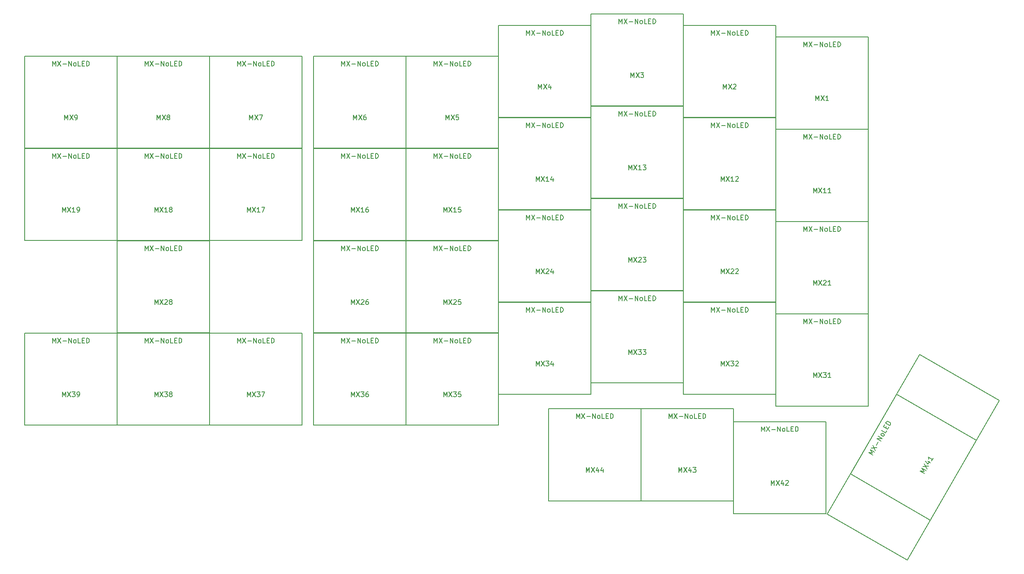
<source format=gbr>
%TF.GenerationSoftware,KiCad,Pcbnew,(5.1.9-0-10_14)*%
%TF.CreationDate,2021-04-25T18:43:49-05:00*%
%TF.ProjectId,wren-nav,7772656e-2d6e-4617-962e-6b696361645f,rev?*%
%TF.SameCoordinates,Original*%
%TF.FileFunction,OtherDrawing,Comment*%
%FSLAX46Y46*%
G04 Gerber Fmt 4.6, Leading zero omitted, Abs format (unit mm)*
G04 Created by KiCad (PCBNEW (5.1.9-0-10_14)) date 2021-04-25 18:43:49*
%MOMM*%
%LPD*%
G01*
G04 APERTURE LIST*
%ADD10C,0.150000*%
G04 APERTURE END LIST*
D10*
%TO.C,REF\u002A\u002A*%
X238211241Y-130964233D02*
X221756759Y-121464233D01*
X221756759Y-121464233D02*
X240756759Y-88555267D01*
X240756759Y-88555267D02*
X257211241Y-98055267D01*
X257211241Y-98055267D02*
X238211241Y-130964233D01*
%TO.C,MX9*%
X75381250Y-27012500D02*
X75381250Y-46012500D01*
X75381250Y-46012500D02*
X56381250Y-46012500D01*
X56381250Y-46012500D02*
X56381250Y-27012500D01*
X56381250Y-27012500D02*
X75381250Y-27012500D01*
%TO.C,MX39*%
X75381250Y-84162500D02*
X75381250Y-103162500D01*
X75381250Y-103162500D02*
X56381250Y-103162500D01*
X56381250Y-103162500D02*
X56381250Y-84162500D01*
X56381250Y-84162500D02*
X75381250Y-84162500D01*
%TO.C,MX41*%
X236006759Y-96782509D02*
X252461241Y-106282509D01*
X252461241Y-106282509D02*
X242961241Y-122736991D01*
X242961241Y-122736991D02*
X226506759Y-113236991D01*
X226506759Y-113236991D02*
X236006759Y-96782509D01*
%TO.C,MX15*%
X153962500Y-46062500D02*
X153962500Y-65062500D01*
X153962500Y-65062500D02*
X134962500Y-65062500D01*
X134962500Y-65062500D02*
X134962500Y-46062500D01*
X134962500Y-46062500D02*
X153962500Y-46062500D01*
%TO.C,MX44*%
X183325000Y-99751750D02*
X183325000Y-118751750D01*
X183325000Y-118751750D02*
X164325000Y-118751750D01*
X164325000Y-118751750D02*
X164325000Y-99751750D01*
X164325000Y-99751750D02*
X183325000Y-99751750D01*
%TO.C,MX43*%
X202375000Y-99751750D02*
X202375000Y-118751750D01*
X202375000Y-118751750D02*
X183375000Y-118751750D01*
X183375000Y-118751750D02*
X183375000Y-99751750D01*
X183375000Y-99751750D02*
X202375000Y-99751750D01*
%TO.C,MX42*%
X221425000Y-102418750D02*
X221425000Y-121418750D01*
X221425000Y-121418750D02*
X202425000Y-121418750D01*
X202425000Y-121418750D02*
X202425000Y-102418750D01*
X202425000Y-102418750D02*
X221425000Y-102418750D01*
%TO.C,MX38*%
X94431250Y-84162500D02*
X94431250Y-103162500D01*
X94431250Y-103162500D02*
X75431250Y-103162500D01*
X75431250Y-103162500D02*
X75431250Y-84162500D01*
X75431250Y-84162500D02*
X94431250Y-84162500D01*
%TO.C,MX37*%
X113481250Y-84162500D02*
X113481250Y-103162500D01*
X113481250Y-103162500D02*
X94481250Y-103162500D01*
X94481250Y-103162500D02*
X94481250Y-84162500D01*
X94481250Y-84162500D02*
X113481250Y-84162500D01*
%TO.C,MX36*%
X134912500Y-84162500D02*
X134912500Y-103162500D01*
X134912500Y-103162500D02*
X115912500Y-103162500D01*
X115912500Y-103162500D02*
X115912500Y-84162500D01*
X115912500Y-84162500D02*
X134912500Y-84162500D01*
%TO.C,MX35*%
X153962500Y-84162500D02*
X153962500Y-103162500D01*
X153962500Y-103162500D02*
X134962500Y-103162500D01*
X134962500Y-103162500D02*
X134962500Y-84162500D01*
X134962500Y-84162500D02*
X153962500Y-84162500D01*
%TO.C,MX34*%
X173012500Y-77812500D02*
X173012500Y-96812500D01*
X173012500Y-96812500D02*
X154012500Y-96812500D01*
X154012500Y-96812500D02*
X154012500Y-77812500D01*
X154012500Y-77812500D02*
X173012500Y-77812500D01*
%TO.C,MX33*%
X192062500Y-75431250D02*
X192062500Y-94431250D01*
X192062500Y-94431250D02*
X173062500Y-94431250D01*
X173062500Y-94431250D02*
X173062500Y-75431250D01*
X173062500Y-75431250D02*
X192062500Y-75431250D01*
%TO.C,MX32*%
X211112500Y-77812500D02*
X211112500Y-96812500D01*
X211112500Y-96812500D02*
X192112500Y-96812500D01*
X192112500Y-96812500D02*
X192112500Y-77812500D01*
X192112500Y-77812500D02*
X211112500Y-77812500D01*
%TO.C,MX31*%
X230162500Y-80193750D02*
X230162500Y-99193750D01*
X230162500Y-99193750D02*
X211162500Y-99193750D01*
X211162500Y-99193750D02*
X211162500Y-80193750D01*
X211162500Y-80193750D02*
X230162500Y-80193750D01*
%TO.C,MX28*%
X94431250Y-65112500D02*
X94431250Y-84112500D01*
X94431250Y-84112500D02*
X75431250Y-84112500D01*
X75431250Y-84112500D02*
X75431250Y-65112500D01*
X75431250Y-65112500D02*
X94431250Y-65112500D01*
%TO.C,MX26*%
X134912500Y-65112500D02*
X134912500Y-84112500D01*
X134912500Y-84112500D02*
X115912500Y-84112500D01*
X115912500Y-84112500D02*
X115912500Y-65112500D01*
X115912500Y-65112500D02*
X134912500Y-65112500D01*
%TO.C,MX25*%
X153962500Y-65112500D02*
X153962500Y-84112500D01*
X153962500Y-84112500D02*
X134962500Y-84112500D01*
X134962500Y-84112500D02*
X134962500Y-65112500D01*
X134962500Y-65112500D02*
X153962500Y-65112500D01*
%TO.C,MX24*%
X173012500Y-58762500D02*
X173012500Y-77762500D01*
X173012500Y-77762500D02*
X154012500Y-77762500D01*
X154012500Y-77762500D02*
X154012500Y-58762500D01*
X154012500Y-58762500D02*
X173012500Y-58762500D01*
%TO.C,MX23*%
X192062500Y-56381250D02*
X192062500Y-75381250D01*
X192062500Y-75381250D02*
X173062500Y-75381250D01*
X173062500Y-75381250D02*
X173062500Y-56381250D01*
X173062500Y-56381250D02*
X192062500Y-56381250D01*
%TO.C,MX22*%
X211112500Y-58762500D02*
X211112500Y-77762500D01*
X211112500Y-77762500D02*
X192112500Y-77762500D01*
X192112500Y-77762500D02*
X192112500Y-58762500D01*
X192112500Y-58762500D02*
X211112500Y-58762500D01*
%TO.C,MX21*%
X230162500Y-61143750D02*
X230162500Y-80143750D01*
X230162500Y-80143750D02*
X211162500Y-80143750D01*
X211162500Y-80143750D02*
X211162500Y-61143750D01*
X211162500Y-61143750D02*
X230162500Y-61143750D01*
%TO.C,MX19*%
X75381250Y-46062500D02*
X75381250Y-65062500D01*
X75381250Y-65062500D02*
X56381250Y-65062500D01*
X56381250Y-65062500D02*
X56381250Y-46062500D01*
X56381250Y-46062500D02*
X75381250Y-46062500D01*
%TO.C,MX18*%
X94431250Y-46062500D02*
X94431250Y-65062500D01*
X94431250Y-65062500D02*
X75431250Y-65062500D01*
X75431250Y-65062500D02*
X75431250Y-46062500D01*
X75431250Y-46062500D02*
X94431250Y-46062500D01*
%TO.C,MX17*%
X113481250Y-46062500D02*
X113481250Y-65062500D01*
X113481250Y-65062500D02*
X94481250Y-65062500D01*
X94481250Y-65062500D02*
X94481250Y-46062500D01*
X94481250Y-46062500D02*
X113481250Y-46062500D01*
%TO.C,MX16*%
X134912500Y-46062500D02*
X134912500Y-65062500D01*
X134912500Y-65062500D02*
X115912500Y-65062500D01*
X115912500Y-65062500D02*
X115912500Y-46062500D01*
X115912500Y-46062500D02*
X134912500Y-46062500D01*
%TO.C,MX14*%
X173012500Y-39712500D02*
X173012500Y-58712500D01*
X173012500Y-58712500D02*
X154012500Y-58712500D01*
X154012500Y-58712500D02*
X154012500Y-39712500D01*
X154012500Y-39712500D02*
X173012500Y-39712500D01*
%TO.C,MX13*%
X192062500Y-37331250D02*
X192062500Y-56331250D01*
X192062500Y-56331250D02*
X173062500Y-56331250D01*
X173062500Y-56331250D02*
X173062500Y-37331250D01*
X173062500Y-37331250D02*
X192062500Y-37331250D01*
%TO.C,MX12*%
X211112500Y-39712500D02*
X211112500Y-58712500D01*
X211112500Y-58712500D02*
X192112500Y-58712500D01*
X192112500Y-58712500D02*
X192112500Y-39712500D01*
X192112500Y-39712500D02*
X211112500Y-39712500D01*
%TO.C,MX11*%
X230162500Y-42093750D02*
X230162500Y-61093750D01*
X230162500Y-61093750D02*
X211162500Y-61093750D01*
X211162500Y-61093750D02*
X211162500Y-42093750D01*
X211162500Y-42093750D02*
X230162500Y-42093750D01*
%TO.C,MX8*%
X94431250Y-27012500D02*
X94431250Y-46012500D01*
X94431250Y-46012500D02*
X75431250Y-46012500D01*
X75431250Y-46012500D02*
X75431250Y-27012500D01*
X75431250Y-27012500D02*
X94431250Y-27012500D01*
%TO.C,MX7*%
X113481250Y-27012500D02*
X113481250Y-46012500D01*
X113481250Y-46012500D02*
X94481250Y-46012500D01*
X94481250Y-46012500D02*
X94481250Y-27012500D01*
X94481250Y-27012500D02*
X113481250Y-27012500D01*
%TO.C,MX6*%
X134912500Y-27012500D02*
X134912500Y-46012500D01*
X134912500Y-46012500D02*
X115912500Y-46012500D01*
X115912500Y-46012500D02*
X115912500Y-27012500D01*
X115912500Y-27012500D02*
X134912500Y-27012500D01*
%TO.C,MX5*%
X153962500Y-27012500D02*
X153962500Y-46012500D01*
X153962500Y-46012500D02*
X134962500Y-46012500D01*
X134962500Y-46012500D02*
X134962500Y-27012500D01*
X134962500Y-27012500D02*
X153962500Y-27012500D01*
%TO.C,MX4*%
X173012500Y-20662500D02*
X173012500Y-39662500D01*
X173012500Y-39662500D02*
X154012500Y-39662500D01*
X154012500Y-39662500D02*
X154012500Y-20662500D01*
X154012500Y-20662500D02*
X173012500Y-20662500D01*
%TO.C,MX3*%
X192062500Y-18281250D02*
X192062500Y-37281250D01*
X192062500Y-37281250D02*
X173062500Y-37281250D01*
X173062500Y-37281250D02*
X173062500Y-18281250D01*
X173062500Y-18281250D02*
X192062500Y-18281250D01*
%TO.C,MX2*%
X211112500Y-20662500D02*
X211112500Y-39662500D01*
X211112500Y-39662500D02*
X192112500Y-39662500D01*
X192112500Y-39662500D02*
X192112500Y-20662500D01*
X192112500Y-20662500D02*
X211112500Y-20662500D01*
%TO.C,MX1*%
X230162500Y-23043750D02*
X230162500Y-42043750D01*
X230162500Y-42043750D02*
X211162500Y-42043750D01*
X211162500Y-42043750D02*
X211162500Y-23043750D01*
X211162500Y-23043750D02*
X230162500Y-23043750D01*
%TD*%
%TO.C,MX9*%
X64595535Y-40139880D02*
X64595535Y-39139880D01*
X64928869Y-39854166D01*
X65262202Y-39139880D01*
X65262202Y-40139880D01*
X65643154Y-39139880D02*
X66309821Y-40139880D01*
X66309821Y-39139880D02*
X65643154Y-40139880D01*
X66738392Y-40139880D02*
X66928869Y-40139880D01*
X67024107Y-40092261D01*
X67071726Y-40044642D01*
X67166964Y-39901785D01*
X67214583Y-39711309D01*
X67214583Y-39330357D01*
X67166964Y-39235119D01*
X67119345Y-39187500D01*
X67024107Y-39139880D01*
X66833630Y-39139880D01*
X66738392Y-39187500D01*
X66690773Y-39235119D01*
X66643154Y-39330357D01*
X66643154Y-39568452D01*
X66690773Y-39663690D01*
X66738392Y-39711309D01*
X66833630Y-39758928D01*
X67024107Y-39758928D01*
X67119345Y-39711309D01*
X67166964Y-39663690D01*
X67214583Y-39568452D01*
X62119345Y-29027380D02*
X62119345Y-28027380D01*
X62452678Y-28741666D01*
X62786011Y-28027380D01*
X62786011Y-29027380D01*
X63166964Y-28027380D02*
X63833630Y-29027380D01*
X63833630Y-28027380D02*
X63166964Y-29027380D01*
X64214583Y-28646428D02*
X64976488Y-28646428D01*
X65452678Y-29027380D02*
X65452678Y-28027380D01*
X66024107Y-29027380D01*
X66024107Y-28027380D01*
X66643154Y-29027380D02*
X66547916Y-28979761D01*
X66500297Y-28932142D01*
X66452678Y-28836904D01*
X66452678Y-28551190D01*
X66500297Y-28455952D01*
X66547916Y-28408333D01*
X66643154Y-28360714D01*
X66786011Y-28360714D01*
X66881250Y-28408333D01*
X66928869Y-28455952D01*
X66976488Y-28551190D01*
X66976488Y-28836904D01*
X66928869Y-28932142D01*
X66881250Y-28979761D01*
X66786011Y-29027380D01*
X66643154Y-29027380D01*
X67881250Y-29027380D02*
X67405059Y-29027380D01*
X67405059Y-28027380D01*
X68214583Y-28503571D02*
X68547916Y-28503571D01*
X68690773Y-29027380D02*
X68214583Y-29027380D01*
X68214583Y-28027380D01*
X68690773Y-28027380D01*
X69119345Y-29027380D02*
X69119345Y-28027380D01*
X69357440Y-28027380D01*
X69500297Y-28075000D01*
X69595535Y-28170238D01*
X69643154Y-28265476D01*
X69690773Y-28455952D01*
X69690773Y-28598809D01*
X69643154Y-28789285D01*
X69595535Y-28884523D01*
X69500297Y-28979761D01*
X69357440Y-29027380D01*
X69119345Y-29027380D01*
%TO.C,MX39*%
X64119345Y-97289880D02*
X64119345Y-96289880D01*
X64452678Y-97004166D01*
X64786011Y-96289880D01*
X64786011Y-97289880D01*
X65166964Y-96289880D02*
X65833630Y-97289880D01*
X65833630Y-96289880D02*
X65166964Y-97289880D01*
X66119345Y-96289880D02*
X66738392Y-96289880D01*
X66405059Y-96670833D01*
X66547916Y-96670833D01*
X66643154Y-96718452D01*
X66690773Y-96766071D01*
X66738392Y-96861309D01*
X66738392Y-97099404D01*
X66690773Y-97194642D01*
X66643154Y-97242261D01*
X66547916Y-97289880D01*
X66262202Y-97289880D01*
X66166964Y-97242261D01*
X66119345Y-97194642D01*
X67214583Y-97289880D02*
X67405059Y-97289880D01*
X67500297Y-97242261D01*
X67547916Y-97194642D01*
X67643154Y-97051785D01*
X67690773Y-96861309D01*
X67690773Y-96480357D01*
X67643154Y-96385119D01*
X67595535Y-96337500D01*
X67500297Y-96289880D01*
X67309821Y-96289880D01*
X67214583Y-96337500D01*
X67166964Y-96385119D01*
X67119345Y-96480357D01*
X67119345Y-96718452D01*
X67166964Y-96813690D01*
X67214583Y-96861309D01*
X67309821Y-96908928D01*
X67500297Y-96908928D01*
X67595535Y-96861309D01*
X67643154Y-96813690D01*
X67690773Y-96718452D01*
X62119345Y-86177380D02*
X62119345Y-85177380D01*
X62452678Y-85891666D01*
X62786011Y-85177380D01*
X62786011Y-86177380D01*
X63166964Y-85177380D02*
X63833630Y-86177380D01*
X63833630Y-85177380D02*
X63166964Y-86177380D01*
X64214583Y-85796428D02*
X64976488Y-85796428D01*
X65452678Y-86177380D02*
X65452678Y-85177380D01*
X66024107Y-86177380D01*
X66024107Y-85177380D01*
X66643154Y-86177380D02*
X66547916Y-86129761D01*
X66500297Y-86082142D01*
X66452678Y-85986904D01*
X66452678Y-85701190D01*
X66500297Y-85605952D01*
X66547916Y-85558333D01*
X66643154Y-85510714D01*
X66786011Y-85510714D01*
X66881250Y-85558333D01*
X66928869Y-85605952D01*
X66976488Y-85701190D01*
X66976488Y-85986904D01*
X66928869Y-86082142D01*
X66881250Y-86129761D01*
X66786011Y-86177380D01*
X66643154Y-86177380D01*
X67881250Y-86177380D02*
X67405059Y-86177380D01*
X67405059Y-85177380D01*
X68214583Y-85653571D02*
X68547916Y-85653571D01*
X68690773Y-86177380D02*
X68214583Y-86177380D01*
X68214583Y-85177380D01*
X68690773Y-85177380D01*
X69119345Y-86177380D02*
X69119345Y-85177380D01*
X69357440Y-85177380D01*
X69500297Y-85225000D01*
X69595535Y-85320238D01*
X69643154Y-85415476D01*
X69690773Y-85605952D01*
X69690773Y-85748809D01*
X69643154Y-85939285D01*
X69595535Y-86034523D01*
X69500297Y-86129761D01*
X69357440Y-86177380D01*
X69119345Y-86177380D01*
%TO.C,MX41*%
X241744452Y-113099294D02*
X240878426Y-112599294D01*
X241663682Y-112667762D01*
X241211759Y-112021944D01*
X242077785Y-112521944D01*
X241402236Y-111692030D02*
X242601594Y-111614679D01*
X241735569Y-111114679D02*
X242268261Y-112192030D01*
X242429006Y-110580278D02*
X243006356Y-110913611D01*
X241980044Y-110595998D02*
X242479586Y-111159337D01*
X242789110Y-110623227D01*
X243530166Y-110006346D02*
X243244452Y-110501218D01*
X243387309Y-110253782D02*
X242521283Y-109753782D01*
X242597382Y-109907689D01*
X242632242Y-110037787D01*
X242625862Y-110144075D01*
X231120744Y-109275095D02*
X230254718Y-108775095D01*
X231039974Y-108843563D01*
X230588051Y-108197745D01*
X231454077Y-108697745D01*
X230778528Y-107867830D02*
X231977886Y-107790480D01*
X231111861Y-107290480D02*
X231644553Y-108367830D01*
X231838448Y-107270089D02*
X232219401Y-106610261D01*
X232787410Y-106388344D02*
X231921385Y-105888344D01*
X233073124Y-105893472D01*
X232207099Y-105393472D01*
X233382648Y-105357361D02*
X233293790Y-105416030D01*
X233228741Y-105433460D01*
X233122453Y-105427080D01*
X232875017Y-105284223D01*
X232816348Y-105195365D01*
X232798918Y-105130316D01*
X232805298Y-105024028D01*
X232876727Y-104900310D01*
X232965585Y-104841641D01*
X233030634Y-104824211D01*
X233136922Y-104830591D01*
X233384358Y-104973448D01*
X233443027Y-105062306D01*
X233460457Y-105127355D01*
X233454077Y-105233643D01*
X233382648Y-105357361D01*
X234001696Y-104285139D02*
X233763601Y-104697532D01*
X232897575Y-104197532D01*
X233714730Y-103734559D02*
X233881397Y-103445884D01*
X234406458Y-103584071D02*
X234168363Y-103996464D01*
X233302337Y-103496464D01*
X233540432Y-103084071D01*
X234620744Y-103212917D02*
X233754718Y-102712917D01*
X233873766Y-102506721D01*
X233986434Y-102406812D01*
X234116531Y-102371953D01*
X234222819Y-102378333D01*
X234411586Y-102432331D01*
X234535304Y-102503760D01*
X234676452Y-102640237D01*
X234735121Y-102729096D01*
X234769980Y-102859193D01*
X234739791Y-103006721D01*
X234620744Y-103212917D01*
%TO.C,MX15*%
X142700595Y-59189880D02*
X142700595Y-58189880D01*
X143033928Y-58904166D01*
X143367261Y-58189880D01*
X143367261Y-59189880D01*
X143748214Y-58189880D02*
X144414880Y-59189880D01*
X144414880Y-58189880D02*
X143748214Y-59189880D01*
X145319642Y-59189880D02*
X144748214Y-59189880D01*
X145033928Y-59189880D02*
X145033928Y-58189880D01*
X144938690Y-58332738D01*
X144843452Y-58427976D01*
X144748214Y-58475595D01*
X146224404Y-58189880D02*
X145748214Y-58189880D01*
X145700595Y-58666071D01*
X145748214Y-58618452D01*
X145843452Y-58570833D01*
X146081547Y-58570833D01*
X146176785Y-58618452D01*
X146224404Y-58666071D01*
X146272023Y-58761309D01*
X146272023Y-58999404D01*
X146224404Y-59094642D01*
X146176785Y-59142261D01*
X146081547Y-59189880D01*
X145843452Y-59189880D01*
X145748214Y-59142261D01*
X145700595Y-59094642D01*
X140700595Y-48077380D02*
X140700595Y-47077380D01*
X141033928Y-47791666D01*
X141367261Y-47077380D01*
X141367261Y-48077380D01*
X141748214Y-47077380D02*
X142414880Y-48077380D01*
X142414880Y-47077380D02*
X141748214Y-48077380D01*
X142795833Y-47696428D02*
X143557738Y-47696428D01*
X144033928Y-48077380D02*
X144033928Y-47077380D01*
X144605357Y-48077380D01*
X144605357Y-47077380D01*
X145224404Y-48077380D02*
X145129166Y-48029761D01*
X145081547Y-47982142D01*
X145033928Y-47886904D01*
X145033928Y-47601190D01*
X145081547Y-47505952D01*
X145129166Y-47458333D01*
X145224404Y-47410714D01*
X145367261Y-47410714D01*
X145462500Y-47458333D01*
X145510119Y-47505952D01*
X145557738Y-47601190D01*
X145557738Y-47886904D01*
X145510119Y-47982142D01*
X145462500Y-48029761D01*
X145367261Y-48077380D01*
X145224404Y-48077380D01*
X146462500Y-48077380D02*
X145986309Y-48077380D01*
X145986309Y-47077380D01*
X146795833Y-47553571D02*
X147129166Y-47553571D01*
X147272023Y-48077380D02*
X146795833Y-48077380D01*
X146795833Y-47077380D01*
X147272023Y-47077380D01*
X147700595Y-48077380D02*
X147700595Y-47077380D01*
X147938690Y-47077380D01*
X148081547Y-47125000D01*
X148176785Y-47220238D01*
X148224404Y-47315476D01*
X148272023Y-47505952D01*
X148272023Y-47648809D01*
X148224404Y-47839285D01*
X148176785Y-47934523D01*
X148081547Y-48029761D01*
X147938690Y-48077380D01*
X147700595Y-48077380D01*
%TO.C,MX44*%
X172063095Y-112879130D02*
X172063095Y-111879130D01*
X172396428Y-112593416D01*
X172729761Y-111879130D01*
X172729761Y-112879130D01*
X173110714Y-111879130D02*
X173777380Y-112879130D01*
X173777380Y-111879130D02*
X173110714Y-112879130D01*
X174586904Y-112212464D02*
X174586904Y-112879130D01*
X174348809Y-111831511D02*
X174110714Y-112545797D01*
X174729761Y-112545797D01*
X175539285Y-112212464D02*
X175539285Y-112879130D01*
X175301190Y-111831511D02*
X175063095Y-112545797D01*
X175682142Y-112545797D01*
X170063095Y-101766630D02*
X170063095Y-100766630D01*
X170396428Y-101480916D01*
X170729761Y-100766630D01*
X170729761Y-101766630D01*
X171110714Y-100766630D02*
X171777380Y-101766630D01*
X171777380Y-100766630D02*
X171110714Y-101766630D01*
X172158333Y-101385678D02*
X172920238Y-101385678D01*
X173396428Y-101766630D02*
X173396428Y-100766630D01*
X173967857Y-101766630D01*
X173967857Y-100766630D01*
X174586904Y-101766630D02*
X174491666Y-101719011D01*
X174444047Y-101671392D01*
X174396428Y-101576154D01*
X174396428Y-101290440D01*
X174444047Y-101195202D01*
X174491666Y-101147583D01*
X174586904Y-101099964D01*
X174729761Y-101099964D01*
X174825000Y-101147583D01*
X174872619Y-101195202D01*
X174920238Y-101290440D01*
X174920238Y-101576154D01*
X174872619Y-101671392D01*
X174825000Y-101719011D01*
X174729761Y-101766630D01*
X174586904Y-101766630D01*
X175825000Y-101766630D02*
X175348809Y-101766630D01*
X175348809Y-100766630D01*
X176158333Y-101242821D02*
X176491666Y-101242821D01*
X176634523Y-101766630D02*
X176158333Y-101766630D01*
X176158333Y-100766630D01*
X176634523Y-100766630D01*
X177063095Y-101766630D02*
X177063095Y-100766630D01*
X177301190Y-100766630D01*
X177444047Y-100814250D01*
X177539285Y-100909488D01*
X177586904Y-101004726D01*
X177634523Y-101195202D01*
X177634523Y-101338059D01*
X177586904Y-101528535D01*
X177539285Y-101623773D01*
X177444047Y-101719011D01*
X177301190Y-101766630D01*
X177063095Y-101766630D01*
%TO.C,MX43*%
X191113095Y-112879130D02*
X191113095Y-111879130D01*
X191446428Y-112593416D01*
X191779761Y-111879130D01*
X191779761Y-112879130D01*
X192160714Y-111879130D02*
X192827380Y-112879130D01*
X192827380Y-111879130D02*
X192160714Y-112879130D01*
X193636904Y-112212464D02*
X193636904Y-112879130D01*
X193398809Y-111831511D02*
X193160714Y-112545797D01*
X193779761Y-112545797D01*
X194065476Y-111879130D02*
X194684523Y-111879130D01*
X194351190Y-112260083D01*
X194494047Y-112260083D01*
X194589285Y-112307702D01*
X194636904Y-112355321D01*
X194684523Y-112450559D01*
X194684523Y-112688654D01*
X194636904Y-112783892D01*
X194589285Y-112831511D01*
X194494047Y-112879130D01*
X194208333Y-112879130D01*
X194113095Y-112831511D01*
X194065476Y-112783892D01*
X189113095Y-101766630D02*
X189113095Y-100766630D01*
X189446428Y-101480916D01*
X189779761Y-100766630D01*
X189779761Y-101766630D01*
X190160714Y-100766630D02*
X190827380Y-101766630D01*
X190827380Y-100766630D02*
X190160714Y-101766630D01*
X191208333Y-101385678D02*
X191970238Y-101385678D01*
X192446428Y-101766630D02*
X192446428Y-100766630D01*
X193017857Y-101766630D01*
X193017857Y-100766630D01*
X193636904Y-101766630D02*
X193541666Y-101719011D01*
X193494047Y-101671392D01*
X193446428Y-101576154D01*
X193446428Y-101290440D01*
X193494047Y-101195202D01*
X193541666Y-101147583D01*
X193636904Y-101099964D01*
X193779761Y-101099964D01*
X193875000Y-101147583D01*
X193922619Y-101195202D01*
X193970238Y-101290440D01*
X193970238Y-101576154D01*
X193922619Y-101671392D01*
X193875000Y-101719011D01*
X193779761Y-101766630D01*
X193636904Y-101766630D01*
X194875000Y-101766630D02*
X194398809Y-101766630D01*
X194398809Y-100766630D01*
X195208333Y-101242821D02*
X195541666Y-101242821D01*
X195684523Y-101766630D02*
X195208333Y-101766630D01*
X195208333Y-100766630D01*
X195684523Y-100766630D01*
X196113095Y-101766630D02*
X196113095Y-100766630D01*
X196351190Y-100766630D01*
X196494047Y-100814250D01*
X196589285Y-100909488D01*
X196636904Y-101004726D01*
X196684523Y-101195202D01*
X196684523Y-101338059D01*
X196636904Y-101528535D01*
X196589285Y-101623773D01*
X196494047Y-101719011D01*
X196351190Y-101766630D01*
X196113095Y-101766630D01*
%TO.C,MX42*%
X210163095Y-115546130D02*
X210163095Y-114546130D01*
X210496428Y-115260416D01*
X210829761Y-114546130D01*
X210829761Y-115546130D01*
X211210714Y-114546130D02*
X211877380Y-115546130D01*
X211877380Y-114546130D02*
X211210714Y-115546130D01*
X212686904Y-114879464D02*
X212686904Y-115546130D01*
X212448809Y-114498511D02*
X212210714Y-115212797D01*
X212829761Y-115212797D01*
X213163095Y-114641369D02*
X213210714Y-114593750D01*
X213305952Y-114546130D01*
X213544047Y-114546130D01*
X213639285Y-114593750D01*
X213686904Y-114641369D01*
X213734523Y-114736607D01*
X213734523Y-114831845D01*
X213686904Y-114974702D01*
X213115476Y-115546130D01*
X213734523Y-115546130D01*
X208163095Y-104433630D02*
X208163095Y-103433630D01*
X208496428Y-104147916D01*
X208829761Y-103433630D01*
X208829761Y-104433630D01*
X209210714Y-103433630D02*
X209877380Y-104433630D01*
X209877380Y-103433630D02*
X209210714Y-104433630D01*
X210258333Y-104052678D02*
X211020238Y-104052678D01*
X211496428Y-104433630D02*
X211496428Y-103433630D01*
X212067857Y-104433630D01*
X212067857Y-103433630D01*
X212686904Y-104433630D02*
X212591666Y-104386011D01*
X212544047Y-104338392D01*
X212496428Y-104243154D01*
X212496428Y-103957440D01*
X212544047Y-103862202D01*
X212591666Y-103814583D01*
X212686904Y-103766964D01*
X212829761Y-103766964D01*
X212925000Y-103814583D01*
X212972619Y-103862202D01*
X213020238Y-103957440D01*
X213020238Y-104243154D01*
X212972619Y-104338392D01*
X212925000Y-104386011D01*
X212829761Y-104433630D01*
X212686904Y-104433630D01*
X213925000Y-104433630D02*
X213448809Y-104433630D01*
X213448809Y-103433630D01*
X214258333Y-103909821D02*
X214591666Y-103909821D01*
X214734523Y-104433630D02*
X214258333Y-104433630D01*
X214258333Y-103433630D01*
X214734523Y-103433630D01*
X215163095Y-104433630D02*
X215163095Y-103433630D01*
X215401190Y-103433630D01*
X215544047Y-103481250D01*
X215639285Y-103576488D01*
X215686904Y-103671726D01*
X215734523Y-103862202D01*
X215734523Y-104005059D01*
X215686904Y-104195535D01*
X215639285Y-104290773D01*
X215544047Y-104386011D01*
X215401190Y-104433630D01*
X215163095Y-104433630D01*
%TO.C,MX38*%
X83169345Y-97289880D02*
X83169345Y-96289880D01*
X83502678Y-97004166D01*
X83836011Y-96289880D01*
X83836011Y-97289880D01*
X84216964Y-96289880D02*
X84883630Y-97289880D01*
X84883630Y-96289880D02*
X84216964Y-97289880D01*
X85169345Y-96289880D02*
X85788392Y-96289880D01*
X85455059Y-96670833D01*
X85597916Y-96670833D01*
X85693154Y-96718452D01*
X85740773Y-96766071D01*
X85788392Y-96861309D01*
X85788392Y-97099404D01*
X85740773Y-97194642D01*
X85693154Y-97242261D01*
X85597916Y-97289880D01*
X85312202Y-97289880D01*
X85216964Y-97242261D01*
X85169345Y-97194642D01*
X86359821Y-96718452D02*
X86264583Y-96670833D01*
X86216964Y-96623214D01*
X86169345Y-96527976D01*
X86169345Y-96480357D01*
X86216964Y-96385119D01*
X86264583Y-96337500D01*
X86359821Y-96289880D01*
X86550297Y-96289880D01*
X86645535Y-96337500D01*
X86693154Y-96385119D01*
X86740773Y-96480357D01*
X86740773Y-96527976D01*
X86693154Y-96623214D01*
X86645535Y-96670833D01*
X86550297Y-96718452D01*
X86359821Y-96718452D01*
X86264583Y-96766071D01*
X86216964Y-96813690D01*
X86169345Y-96908928D01*
X86169345Y-97099404D01*
X86216964Y-97194642D01*
X86264583Y-97242261D01*
X86359821Y-97289880D01*
X86550297Y-97289880D01*
X86645535Y-97242261D01*
X86693154Y-97194642D01*
X86740773Y-97099404D01*
X86740773Y-96908928D01*
X86693154Y-96813690D01*
X86645535Y-96766071D01*
X86550297Y-96718452D01*
X81169345Y-86177380D02*
X81169345Y-85177380D01*
X81502678Y-85891666D01*
X81836011Y-85177380D01*
X81836011Y-86177380D01*
X82216964Y-85177380D02*
X82883630Y-86177380D01*
X82883630Y-85177380D02*
X82216964Y-86177380D01*
X83264583Y-85796428D02*
X84026488Y-85796428D01*
X84502678Y-86177380D02*
X84502678Y-85177380D01*
X85074107Y-86177380D01*
X85074107Y-85177380D01*
X85693154Y-86177380D02*
X85597916Y-86129761D01*
X85550297Y-86082142D01*
X85502678Y-85986904D01*
X85502678Y-85701190D01*
X85550297Y-85605952D01*
X85597916Y-85558333D01*
X85693154Y-85510714D01*
X85836011Y-85510714D01*
X85931250Y-85558333D01*
X85978869Y-85605952D01*
X86026488Y-85701190D01*
X86026488Y-85986904D01*
X85978869Y-86082142D01*
X85931250Y-86129761D01*
X85836011Y-86177380D01*
X85693154Y-86177380D01*
X86931250Y-86177380D02*
X86455059Y-86177380D01*
X86455059Y-85177380D01*
X87264583Y-85653571D02*
X87597916Y-85653571D01*
X87740773Y-86177380D02*
X87264583Y-86177380D01*
X87264583Y-85177380D01*
X87740773Y-85177380D01*
X88169345Y-86177380D02*
X88169345Y-85177380D01*
X88407440Y-85177380D01*
X88550297Y-85225000D01*
X88645535Y-85320238D01*
X88693154Y-85415476D01*
X88740773Y-85605952D01*
X88740773Y-85748809D01*
X88693154Y-85939285D01*
X88645535Y-86034523D01*
X88550297Y-86129761D01*
X88407440Y-86177380D01*
X88169345Y-86177380D01*
%TO.C,MX37*%
X102219345Y-97289880D02*
X102219345Y-96289880D01*
X102552678Y-97004166D01*
X102886011Y-96289880D01*
X102886011Y-97289880D01*
X103266964Y-96289880D02*
X103933630Y-97289880D01*
X103933630Y-96289880D02*
X103266964Y-97289880D01*
X104219345Y-96289880D02*
X104838392Y-96289880D01*
X104505059Y-96670833D01*
X104647916Y-96670833D01*
X104743154Y-96718452D01*
X104790773Y-96766071D01*
X104838392Y-96861309D01*
X104838392Y-97099404D01*
X104790773Y-97194642D01*
X104743154Y-97242261D01*
X104647916Y-97289880D01*
X104362202Y-97289880D01*
X104266964Y-97242261D01*
X104219345Y-97194642D01*
X105171726Y-96289880D02*
X105838392Y-96289880D01*
X105409821Y-97289880D01*
X100219345Y-86177380D02*
X100219345Y-85177380D01*
X100552678Y-85891666D01*
X100886011Y-85177380D01*
X100886011Y-86177380D01*
X101266964Y-85177380D02*
X101933630Y-86177380D01*
X101933630Y-85177380D02*
X101266964Y-86177380D01*
X102314583Y-85796428D02*
X103076488Y-85796428D01*
X103552678Y-86177380D02*
X103552678Y-85177380D01*
X104124107Y-86177380D01*
X104124107Y-85177380D01*
X104743154Y-86177380D02*
X104647916Y-86129761D01*
X104600297Y-86082142D01*
X104552678Y-85986904D01*
X104552678Y-85701190D01*
X104600297Y-85605952D01*
X104647916Y-85558333D01*
X104743154Y-85510714D01*
X104886011Y-85510714D01*
X104981250Y-85558333D01*
X105028869Y-85605952D01*
X105076488Y-85701190D01*
X105076488Y-85986904D01*
X105028869Y-86082142D01*
X104981250Y-86129761D01*
X104886011Y-86177380D01*
X104743154Y-86177380D01*
X105981250Y-86177380D02*
X105505059Y-86177380D01*
X105505059Y-85177380D01*
X106314583Y-85653571D02*
X106647916Y-85653571D01*
X106790773Y-86177380D02*
X106314583Y-86177380D01*
X106314583Y-85177380D01*
X106790773Y-85177380D01*
X107219345Y-86177380D02*
X107219345Y-85177380D01*
X107457440Y-85177380D01*
X107600297Y-85225000D01*
X107695535Y-85320238D01*
X107743154Y-85415476D01*
X107790773Y-85605952D01*
X107790773Y-85748809D01*
X107743154Y-85939285D01*
X107695535Y-86034523D01*
X107600297Y-86129761D01*
X107457440Y-86177380D01*
X107219345Y-86177380D01*
%TO.C,MX36*%
X123650595Y-97289880D02*
X123650595Y-96289880D01*
X123983928Y-97004166D01*
X124317261Y-96289880D01*
X124317261Y-97289880D01*
X124698214Y-96289880D02*
X125364880Y-97289880D01*
X125364880Y-96289880D02*
X124698214Y-97289880D01*
X125650595Y-96289880D02*
X126269642Y-96289880D01*
X125936309Y-96670833D01*
X126079166Y-96670833D01*
X126174404Y-96718452D01*
X126222023Y-96766071D01*
X126269642Y-96861309D01*
X126269642Y-97099404D01*
X126222023Y-97194642D01*
X126174404Y-97242261D01*
X126079166Y-97289880D01*
X125793452Y-97289880D01*
X125698214Y-97242261D01*
X125650595Y-97194642D01*
X127126785Y-96289880D02*
X126936309Y-96289880D01*
X126841071Y-96337500D01*
X126793452Y-96385119D01*
X126698214Y-96527976D01*
X126650595Y-96718452D01*
X126650595Y-97099404D01*
X126698214Y-97194642D01*
X126745833Y-97242261D01*
X126841071Y-97289880D01*
X127031547Y-97289880D01*
X127126785Y-97242261D01*
X127174404Y-97194642D01*
X127222023Y-97099404D01*
X127222023Y-96861309D01*
X127174404Y-96766071D01*
X127126785Y-96718452D01*
X127031547Y-96670833D01*
X126841071Y-96670833D01*
X126745833Y-96718452D01*
X126698214Y-96766071D01*
X126650595Y-96861309D01*
X121650595Y-86177380D02*
X121650595Y-85177380D01*
X121983928Y-85891666D01*
X122317261Y-85177380D01*
X122317261Y-86177380D01*
X122698214Y-85177380D02*
X123364880Y-86177380D01*
X123364880Y-85177380D02*
X122698214Y-86177380D01*
X123745833Y-85796428D02*
X124507738Y-85796428D01*
X124983928Y-86177380D02*
X124983928Y-85177380D01*
X125555357Y-86177380D01*
X125555357Y-85177380D01*
X126174404Y-86177380D02*
X126079166Y-86129761D01*
X126031547Y-86082142D01*
X125983928Y-85986904D01*
X125983928Y-85701190D01*
X126031547Y-85605952D01*
X126079166Y-85558333D01*
X126174404Y-85510714D01*
X126317261Y-85510714D01*
X126412500Y-85558333D01*
X126460119Y-85605952D01*
X126507738Y-85701190D01*
X126507738Y-85986904D01*
X126460119Y-86082142D01*
X126412500Y-86129761D01*
X126317261Y-86177380D01*
X126174404Y-86177380D01*
X127412500Y-86177380D02*
X126936309Y-86177380D01*
X126936309Y-85177380D01*
X127745833Y-85653571D02*
X128079166Y-85653571D01*
X128222023Y-86177380D02*
X127745833Y-86177380D01*
X127745833Y-85177380D01*
X128222023Y-85177380D01*
X128650595Y-86177380D02*
X128650595Y-85177380D01*
X128888690Y-85177380D01*
X129031547Y-85225000D01*
X129126785Y-85320238D01*
X129174404Y-85415476D01*
X129222023Y-85605952D01*
X129222023Y-85748809D01*
X129174404Y-85939285D01*
X129126785Y-86034523D01*
X129031547Y-86129761D01*
X128888690Y-86177380D01*
X128650595Y-86177380D01*
%TO.C,MX35*%
X142700595Y-97289880D02*
X142700595Y-96289880D01*
X143033928Y-97004166D01*
X143367261Y-96289880D01*
X143367261Y-97289880D01*
X143748214Y-96289880D02*
X144414880Y-97289880D01*
X144414880Y-96289880D02*
X143748214Y-97289880D01*
X144700595Y-96289880D02*
X145319642Y-96289880D01*
X144986309Y-96670833D01*
X145129166Y-96670833D01*
X145224404Y-96718452D01*
X145272023Y-96766071D01*
X145319642Y-96861309D01*
X145319642Y-97099404D01*
X145272023Y-97194642D01*
X145224404Y-97242261D01*
X145129166Y-97289880D01*
X144843452Y-97289880D01*
X144748214Y-97242261D01*
X144700595Y-97194642D01*
X146224404Y-96289880D02*
X145748214Y-96289880D01*
X145700595Y-96766071D01*
X145748214Y-96718452D01*
X145843452Y-96670833D01*
X146081547Y-96670833D01*
X146176785Y-96718452D01*
X146224404Y-96766071D01*
X146272023Y-96861309D01*
X146272023Y-97099404D01*
X146224404Y-97194642D01*
X146176785Y-97242261D01*
X146081547Y-97289880D01*
X145843452Y-97289880D01*
X145748214Y-97242261D01*
X145700595Y-97194642D01*
X140700595Y-86177380D02*
X140700595Y-85177380D01*
X141033928Y-85891666D01*
X141367261Y-85177380D01*
X141367261Y-86177380D01*
X141748214Y-85177380D02*
X142414880Y-86177380D01*
X142414880Y-85177380D02*
X141748214Y-86177380D01*
X142795833Y-85796428D02*
X143557738Y-85796428D01*
X144033928Y-86177380D02*
X144033928Y-85177380D01*
X144605357Y-86177380D01*
X144605357Y-85177380D01*
X145224404Y-86177380D02*
X145129166Y-86129761D01*
X145081547Y-86082142D01*
X145033928Y-85986904D01*
X145033928Y-85701190D01*
X145081547Y-85605952D01*
X145129166Y-85558333D01*
X145224404Y-85510714D01*
X145367261Y-85510714D01*
X145462500Y-85558333D01*
X145510119Y-85605952D01*
X145557738Y-85701190D01*
X145557738Y-85986904D01*
X145510119Y-86082142D01*
X145462500Y-86129761D01*
X145367261Y-86177380D01*
X145224404Y-86177380D01*
X146462500Y-86177380D02*
X145986309Y-86177380D01*
X145986309Y-85177380D01*
X146795833Y-85653571D02*
X147129166Y-85653571D01*
X147272023Y-86177380D02*
X146795833Y-86177380D01*
X146795833Y-85177380D01*
X147272023Y-85177380D01*
X147700595Y-86177380D02*
X147700595Y-85177380D01*
X147938690Y-85177380D01*
X148081547Y-85225000D01*
X148176785Y-85320238D01*
X148224404Y-85415476D01*
X148272023Y-85605952D01*
X148272023Y-85748809D01*
X148224404Y-85939285D01*
X148176785Y-86034523D01*
X148081547Y-86129761D01*
X147938690Y-86177380D01*
X147700595Y-86177380D01*
%TO.C,MX34*%
X161750595Y-90939880D02*
X161750595Y-89939880D01*
X162083928Y-90654166D01*
X162417261Y-89939880D01*
X162417261Y-90939880D01*
X162798214Y-89939880D02*
X163464880Y-90939880D01*
X163464880Y-89939880D02*
X162798214Y-90939880D01*
X163750595Y-89939880D02*
X164369642Y-89939880D01*
X164036309Y-90320833D01*
X164179166Y-90320833D01*
X164274404Y-90368452D01*
X164322023Y-90416071D01*
X164369642Y-90511309D01*
X164369642Y-90749404D01*
X164322023Y-90844642D01*
X164274404Y-90892261D01*
X164179166Y-90939880D01*
X163893452Y-90939880D01*
X163798214Y-90892261D01*
X163750595Y-90844642D01*
X165226785Y-90273214D02*
X165226785Y-90939880D01*
X164988690Y-89892261D02*
X164750595Y-90606547D01*
X165369642Y-90606547D01*
X159750595Y-79827380D02*
X159750595Y-78827380D01*
X160083928Y-79541666D01*
X160417261Y-78827380D01*
X160417261Y-79827380D01*
X160798214Y-78827380D02*
X161464880Y-79827380D01*
X161464880Y-78827380D02*
X160798214Y-79827380D01*
X161845833Y-79446428D02*
X162607738Y-79446428D01*
X163083928Y-79827380D02*
X163083928Y-78827380D01*
X163655357Y-79827380D01*
X163655357Y-78827380D01*
X164274404Y-79827380D02*
X164179166Y-79779761D01*
X164131547Y-79732142D01*
X164083928Y-79636904D01*
X164083928Y-79351190D01*
X164131547Y-79255952D01*
X164179166Y-79208333D01*
X164274404Y-79160714D01*
X164417261Y-79160714D01*
X164512500Y-79208333D01*
X164560119Y-79255952D01*
X164607738Y-79351190D01*
X164607738Y-79636904D01*
X164560119Y-79732142D01*
X164512500Y-79779761D01*
X164417261Y-79827380D01*
X164274404Y-79827380D01*
X165512500Y-79827380D02*
X165036309Y-79827380D01*
X165036309Y-78827380D01*
X165845833Y-79303571D02*
X166179166Y-79303571D01*
X166322023Y-79827380D02*
X165845833Y-79827380D01*
X165845833Y-78827380D01*
X166322023Y-78827380D01*
X166750595Y-79827380D02*
X166750595Y-78827380D01*
X166988690Y-78827380D01*
X167131547Y-78875000D01*
X167226785Y-78970238D01*
X167274404Y-79065476D01*
X167322023Y-79255952D01*
X167322023Y-79398809D01*
X167274404Y-79589285D01*
X167226785Y-79684523D01*
X167131547Y-79779761D01*
X166988690Y-79827380D01*
X166750595Y-79827380D01*
%TO.C,MX33*%
X180800595Y-88558630D02*
X180800595Y-87558630D01*
X181133928Y-88272916D01*
X181467261Y-87558630D01*
X181467261Y-88558630D01*
X181848214Y-87558630D02*
X182514880Y-88558630D01*
X182514880Y-87558630D02*
X181848214Y-88558630D01*
X182800595Y-87558630D02*
X183419642Y-87558630D01*
X183086309Y-87939583D01*
X183229166Y-87939583D01*
X183324404Y-87987202D01*
X183372023Y-88034821D01*
X183419642Y-88130059D01*
X183419642Y-88368154D01*
X183372023Y-88463392D01*
X183324404Y-88511011D01*
X183229166Y-88558630D01*
X182943452Y-88558630D01*
X182848214Y-88511011D01*
X182800595Y-88463392D01*
X183752976Y-87558630D02*
X184372023Y-87558630D01*
X184038690Y-87939583D01*
X184181547Y-87939583D01*
X184276785Y-87987202D01*
X184324404Y-88034821D01*
X184372023Y-88130059D01*
X184372023Y-88368154D01*
X184324404Y-88463392D01*
X184276785Y-88511011D01*
X184181547Y-88558630D01*
X183895833Y-88558630D01*
X183800595Y-88511011D01*
X183752976Y-88463392D01*
X178800595Y-77446130D02*
X178800595Y-76446130D01*
X179133928Y-77160416D01*
X179467261Y-76446130D01*
X179467261Y-77446130D01*
X179848214Y-76446130D02*
X180514880Y-77446130D01*
X180514880Y-76446130D02*
X179848214Y-77446130D01*
X180895833Y-77065178D02*
X181657738Y-77065178D01*
X182133928Y-77446130D02*
X182133928Y-76446130D01*
X182705357Y-77446130D01*
X182705357Y-76446130D01*
X183324404Y-77446130D02*
X183229166Y-77398511D01*
X183181547Y-77350892D01*
X183133928Y-77255654D01*
X183133928Y-76969940D01*
X183181547Y-76874702D01*
X183229166Y-76827083D01*
X183324404Y-76779464D01*
X183467261Y-76779464D01*
X183562500Y-76827083D01*
X183610119Y-76874702D01*
X183657738Y-76969940D01*
X183657738Y-77255654D01*
X183610119Y-77350892D01*
X183562500Y-77398511D01*
X183467261Y-77446130D01*
X183324404Y-77446130D01*
X184562500Y-77446130D02*
X184086309Y-77446130D01*
X184086309Y-76446130D01*
X184895833Y-76922321D02*
X185229166Y-76922321D01*
X185372023Y-77446130D02*
X184895833Y-77446130D01*
X184895833Y-76446130D01*
X185372023Y-76446130D01*
X185800595Y-77446130D02*
X185800595Y-76446130D01*
X186038690Y-76446130D01*
X186181547Y-76493750D01*
X186276785Y-76588988D01*
X186324404Y-76684226D01*
X186372023Y-76874702D01*
X186372023Y-77017559D01*
X186324404Y-77208035D01*
X186276785Y-77303273D01*
X186181547Y-77398511D01*
X186038690Y-77446130D01*
X185800595Y-77446130D01*
%TO.C,MX32*%
X199850595Y-90939880D02*
X199850595Y-89939880D01*
X200183928Y-90654166D01*
X200517261Y-89939880D01*
X200517261Y-90939880D01*
X200898214Y-89939880D02*
X201564880Y-90939880D01*
X201564880Y-89939880D02*
X200898214Y-90939880D01*
X201850595Y-89939880D02*
X202469642Y-89939880D01*
X202136309Y-90320833D01*
X202279166Y-90320833D01*
X202374404Y-90368452D01*
X202422023Y-90416071D01*
X202469642Y-90511309D01*
X202469642Y-90749404D01*
X202422023Y-90844642D01*
X202374404Y-90892261D01*
X202279166Y-90939880D01*
X201993452Y-90939880D01*
X201898214Y-90892261D01*
X201850595Y-90844642D01*
X202850595Y-90035119D02*
X202898214Y-89987500D01*
X202993452Y-89939880D01*
X203231547Y-89939880D01*
X203326785Y-89987500D01*
X203374404Y-90035119D01*
X203422023Y-90130357D01*
X203422023Y-90225595D01*
X203374404Y-90368452D01*
X202802976Y-90939880D01*
X203422023Y-90939880D01*
X197850595Y-79827380D02*
X197850595Y-78827380D01*
X198183928Y-79541666D01*
X198517261Y-78827380D01*
X198517261Y-79827380D01*
X198898214Y-78827380D02*
X199564880Y-79827380D01*
X199564880Y-78827380D02*
X198898214Y-79827380D01*
X199945833Y-79446428D02*
X200707738Y-79446428D01*
X201183928Y-79827380D02*
X201183928Y-78827380D01*
X201755357Y-79827380D01*
X201755357Y-78827380D01*
X202374404Y-79827380D02*
X202279166Y-79779761D01*
X202231547Y-79732142D01*
X202183928Y-79636904D01*
X202183928Y-79351190D01*
X202231547Y-79255952D01*
X202279166Y-79208333D01*
X202374404Y-79160714D01*
X202517261Y-79160714D01*
X202612500Y-79208333D01*
X202660119Y-79255952D01*
X202707738Y-79351190D01*
X202707738Y-79636904D01*
X202660119Y-79732142D01*
X202612500Y-79779761D01*
X202517261Y-79827380D01*
X202374404Y-79827380D01*
X203612500Y-79827380D02*
X203136309Y-79827380D01*
X203136309Y-78827380D01*
X203945833Y-79303571D02*
X204279166Y-79303571D01*
X204422023Y-79827380D02*
X203945833Y-79827380D01*
X203945833Y-78827380D01*
X204422023Y-78827380D01*
X204850595Y-79827380D02*
X204850595Y-78827380D01*
X205088690Y-78827380D01*
X205231547Y-78875000D01*
X205326785Y-78970238D01*
X205374404Y-79065476D01*
X205422023Y-79255952D01*
X205422023Y-79398809D01*
X205374404Y-79589285D01*
X205326785Y-79684523D01*
X205231547Y-79779761D01*
X205088690Y-79827380D01*
X204850595Y-79827380D01*
%TO.C,MX31*%
X218900595Y-93321130D02*
X218900595Y-92321130D01*
X219233928Y-93035416D01*
X219567261Y-92321130D01*
X219567261Y-93321130D01*
X219948214Y-92321130D02*
X220614880Y-93321130D01*
X220614880Y-92321130D02*
X219948214Y-93321130D01*
X220900595Y-92321130D02*
X221519642Y-92321130D01*
X221186309Y-92702083D01*
X221329166Y-92702083D01*
X221424404Y-92749702D01*
X221472023Y-92797321D01*
X221519642Y-92892559D01*
X221519642Y-93130654D01*
X221472023Y-93225892D01*
X221424404Y-93273511D01*
X221329166Y-93321130D01*
X221043452Y-93321130D01*
X220948214Y-93273511D01*
X220900595Y-93225892D01*
X222472023Y-93321130D02*
X221900595Y-93321130D01*
X222186309Y-93321130D02*
X222186309Y-92321130D01*
X222091071Y-92463988D01*
X221995833Y-92559226D01*
X221900595Y-92606845D01*
X216900595Y-82208630D02*
X216900595Y-81208630D01*
X217233928Y-81922916D01*
X217567261Y-81208630D01*
X217567261Y-82208630D01*
X217948214Y-81208630D02*
X218614880Y-82208630D01*
X218614880Y-81208630D02*
X217948214Y-82208630D01*
X218995833Y-81827678D02*
X219757738Y-81827678D01*
X220233928Y-82208630D02*
X220233928Y-81208630D01*
X220805357Y-82208630D01*
X220805357Y-81208630D01*
X221424404Y-82208630D02*
X221329166Y-82161011D01*
X221281547Y-82113392D01*
X221233928Y-82018154D01*
X221233928Y-81732440D01*
X221281547Y-81637202D01*
X221329166Y-81589583D01*
X221424404Y-81541964D01*
X221567261Y-81541964D01*
X221662500Y-81589583D01*
X221710119Y-81637202D01*
X221757738Y-81732440D01*
X221757738Y-82018154D01*
X221710119Y-82113392D01*
X221662500Y-82161011D01*
X221567261Y-82208630D01*
X221424404Y-82208630D01*
X222662500Y-82208630D02*
X222186309Y-82208630D01*
X222186309Y-81208630D01*
X222995833Y-81684821D02*
X223329166Y-81684821D01*
X223472023Y-82208630D02*
X222995833Y-82208630D01*
X222995833Y-81208630D01*
X223472023Y-81208630D01*
X223900595Y-82208630D02*
X223900595Y-81208630D01*
X224138690Y-81208630D01*
X224281547Y-81256250D01*
X224376785Y-81351488D01*
X224424404Y-81446726D01*
X224472023Y-81637202D01*
X224472023Y-81780059D01*
X224424404Y-81970535D01*
X224376785Y-82065773D01*
X224281547Y-82161011D01*
X224138690Y-82208630D01*
X223900595Y-82208630D01*
%TO.C,MX28*%
X83169345Y-78239880D02*
X83169345Y-77239880D01*
X83502678Y-77954166D01*
X83836011Y-77239880D01*
X83836011Y-78239880D01*
X84216964Y-77239880D02*
X84883630Y-78239880D01*
X84883630Y-77239880D02*
X84216964Y-78239880D01*
X85216964Y-77335119D02*
X85264583Y-77287500D01*
X85359821Y-77239880D01*
X85597916Y-77239880D01*
X85693154Y-77287500D01*
X85740773Y-77335119D01*
X85788392Y-77430357D01*
X85788392Y-77525595D01*
X85740773Y-77668452D01*
X85169345Y-78239880D01*
X85788392Y-78239880D01*
X86359821Y-77668452D02*
X86264583Y-77620833D01*
X86216964Y-77573214D01*
X86169345Y-77477976D01*
X86169345Y-77430357D01*
X86216964Y-77335119D01*
X86264583Y-77287500D01*
X86359821Y-77239880D01*
X86550297Y-77239880D01*
X86645535Y-77287500D01*
X86693154Y-77335119D01*
X86740773Y-77430357D01*
X86740773Y-77477976D01*
X86693154Y-77573214D01*
X86645535Y-77620833D01*
X86550297Y-77668452D01*
X86359821Y-77668452D01*
X86264583Y-77716071D01*
X86216964Y-77763690D01*
X86169345Y-77858928D01*
X86169345Y-78049404D01*
X86216964Y-78144642D01*
X86264583Y-78192261D01*
X86359821Y-78239880D01*
X86550297Y-78239880D01*
X86645535Y-78192261D01*
X86693154Y-78144642D01*
X86740773Y-78049404D01*
X86740773Y-77858928D01*
X86693154Y-77763690D01*
X86645535Y-77716071D01*
X86550297Y-77668452D01*
X81169345Y-67127380D02*
X81169345Y-66127380D01*
X81502678Y-66841666D01*
X81836011Y-66127380D01*
X81836011Y-67127380D01*
X82216964Y-66127380D02*
X82883630Y-67127380D01*
X82883630Y-66127380D02*
X82216964Y-67127380D01*
X83264583Y-66746428D02*
X84026488Y-66746428D01*
X84502678Y-67127380D02*
X84502678Y-66127380D01*
X85074107Y-67127380D01*
X85074107Y-66127380D01*
X85693154Y-67127380D02*
X85597916Y-67079761D01*
X85550297Y-67032142D01*
X85502678Y-66936904D01*
X85502678Y-66651190D01*
X85550297Y-66555952D01*
X85597916Y-66508333D01*
X85693154Y-66460714D01*
X85836011Y-66460714D01*
X85931250Y-66508333D01*
X85978869Y-66555952D01*
X86026488Y-66651190D01*
X86026488Y-66936904D01*
X85978869Y-67032142D01*
X85931250Y-67079761D01*
X85836011Y-67127380D01*
X85693154Y-67127380D01*
X86931250Y-67127380D02*
X86455059Y-67127380D01*
X86455059Y-66127380D01*
X87264583Y-66603571D02*
X87597916Y-66603571D01*
X87740773Y-67127380D02*
X87264583Y-67127380D01*
X87264583Y-66127380D01*
X87740773Y-66127380D01*
X88169345Y-67127380D02*
X88169345Y-66127380D01*
X88407440Y-66127380D01*
X88550297Y-66175000D01*
X88645535Y-66270238D01*
X88693154Y-66365476D01*
X88740773Y-66555952D01*
X88740773Y-66698809D01*
X88693154Y-66889285D01*
X88645535Y-66984523D01*
X88550297Y-67079761D01*
X88407440Y-67127380D01*
X88169345Y-67127380D01*
%TO.C,MX26*%
X123650595Y-78239880D02*
X123650595Y-77239880D01*
X123983928Y-77954166D01*
X124317261Y-77239880D01*
X124317261Y-78239880D01*
X124698214Y-77239880D02*
X125364880Y-78239880D01*
X125364880Y-77239880D02*
X124698214Y-78239880D01*
X125698214Y-77335119D02*
X125745833Y-77287500D01*
X125841071Y-77239880D01*
X126079166Y-77239880D01*
X126174404Y-77287500D01*
X126222023Y-77335119D01*
X126269642Y-77430357D01*
X126269642Y-77525595D01*
X126222023Y-77668452D01*
X125650595Y-78239880D01*
X126269642Y-78239880D01*
X127126785Y-77239880D02*
X126936309Y-77239880D01*
X126841071Y-77287500D01*
X126793452Y-77335119D01*
X126698214Y-77477976D01*
X126650595Y-77668452D01*
X126650595Y-78049404D01*
X126698214Y-78144642D01*
X126745833Y-78192261D01*
X126841071Y-78239880D01*
X127031547Y-78239880D01*
X127126785Y-78192261D01*
X127174404Y-78144642D01*
X127222023Y-78049404D01*
X127222023Y-77811309D01*
X127174404Y-77716071D01*
X127126785Y-77668452D01*
X127031547Y-77620833D01*
X126841071Y-77620833D01*
X126745833Y-77668452D01*
X126698214Y-77716071D01*
X126650595Y-77811309D01*
X121650595Y-67127380D02*
X121650595Y-66127380D01*
X121983928Y-66841666D01*
X122317261Y-66127380D01*
X122317261Y-67127380D01*
X122698214Y-66127380D02*
X123364880Y-67127380D01*
X123364880Y-66127380D02*
X122698214Y-67127380D01*
X123745833Y-66746428D02*
X124507738Y-66746428D01*
X124983928Y-67127380D02*
X124983928Y-66127380D01*
X125555357Y-67127380D01*
X125555357Y-66127380D01*
X126174404Y-67127380D02*
X126079166Y-67079761D01*
X126031547Y-67032142D01*
X125983928Y-66936904D01*
X125983928Y-66651190D01*
X126031547Y-66555952D01*
X126079166Y-66508333D01*
X126174404Y-66460714D01*
X126317261Y-66460714D01*
X126412500Y-66508333D01*
X126460119Y-66555952D01*
X126507738Y-66651190D01*
X126507738Y-66936904D01*
X126460119Y-67032142D01*
X126412500Y-67079761D01*
X126317261Y-67127380D01*
X126174404Y-67127380D01*
X127412500Y-67127380D02*
X126936309Y-67127380D01*
X126936309Y-66127380D01*
X127745833Y-66603571D02*
X128079166Y-66603571D01*
X128222023Y-67127380D02*
X127745833Y-67127380D01*
X127745833Y-66127380D01*
X128222023Y-66127380D01*
X128650595Y-67127380D02*
X128650595Y-66127380D01*
X128888690Y-66127380D01*
X129031547Y-66175000D01*
X129126785Y-66270238D01*
X129174404Y-66365476D01*
X129222023Y-66555952D01*
X129222023Y-66698809D01*
X129174404Y-66889285D01*
X129126785Y-66984523D01*
X129031547Y-67079761D01*
X128888690Y-67127380D01*
X128650595Y-67127380D01*
%TO.C,MX25*%
X142700595Y-78239880D02*
X142700595Y-77239880D01*
X143033928Y-77954166D01*
X143367261Y-77239880D01*
X143367261Y-78239880D01*
X143748214Y-77239880D02*
X144414880Y-78239880D01*
X144414880Y-77239880D02*
X143748214Y-78239880D01*
X144748214Y-77335119D02*
X144795833Y-77287500D01*
X144891071Y-77239880D01*
X145129166Y-77239880D01*
X145224404Y-77287500D01*
X145272023Y-77335119D01*
X145319642Y-77430357D01*
X145319642Y-77525595D01*
X145272023Y-77668452D01*
X144700595Y-78239880D01*
X145319642Y-78239880D01*
X146224404Y-77239880D02*
X145748214Y-77239880D01*
X145700595Y-77716071D01*
X145748214Y-77668452D01*
X145843452Y-77620833D01*
X146081547Y-77620833D01*
X146176785Y-77668452D01*
X146224404Y-77716071D01*
X146272023Y-77811309D01*
X146272023Y-78049404D01*
X146224404Y-78144642D01*
X146176785Y-78192261D01*
X146081547Y-78239880D01*
X145843452Y-78239880D01*
X145748214Y-78192261D01*
X145700595Y-78144642D01*
X140700595Y-67127380D02*
X140700595Y-66127380D01*
X141033928Y-66841666D01*
X141367261Y-66127380D01*
X141367261Y-67127380D01*
X141748214Y-66127380D02*
X142414880Y-67127380D01*
X142414880Y-66127380D02*
X141748214Y-67127380D01*
X142795833Y-66746428D02*
X143557738Y-66746428D01*
X144033928Y-67127380D02*
X144033928Y-66127380D01*
X144605357Y-67127380D01*
X144605357Y-66127380D01*
X145224404Y-67127380D02*
X145129166Y-67079761D01*
X145081547Y-67032142D01*
X145033928Y-66936904D01*
X145033928Y-66651190D01*
X145081547Y-66555952D01*
X145129166Y-66508333D01*
X145224404Y-66460714D01*
X145367261Y-66460714D01*
X145462500Y-66508333D01*
X145510119Y-66555952D01*
X145557738Y-66651190D01*
X145557738Y-66936904D01*
X145510119Y-67032142D01*
X145462500Y-67079761D01*
X145367261Y-67127380D01*
X145224404Y-67127380D01*
X146462500Y-67127380D02*
X145986309Y-67127380D01*
X145986309Y-66127380D01*
X146795833Y-66603571D02*
X147129166Y-66603571D01*
X147272023Y-67127380D02*
X146795833Y-67127380D01*
X146795833Y-66127380D01*
X147272023Y-66127380D01*
X147700595Y-67127380D02*
X147700595Y-66127380D01*
X147938690Y-66127380D01*
X148081547Y-66175000D01*
X148176785Y-66270238D01*
X148224404Y-66365476D01*
X148272023Y-66555952D01*
X148272023Y-66698809D01*
X148224404Y-66889285D01*
X148176785Y-66984523D01*
X148081547Y-67079761D01*
X147938690Y-67127380D01*
X147700595Y-67127380D01*
%TO.C,MX24*%
X161750595Y-71889880D02*
X161750595Y-70889880D01*
X162083928Y-71604166D01*
X162417261Y-70889880D01*
X162417261Y-71889880D01*
X162798214Y-70889880D02*
X163464880Y-71889880D01*
X163464880Y-70889880D02*
X162798214Y-71889880D01*
X163798214Y-70985119D02*
X163845833Y-70937500D01*
X163941071Y-70889880D01*
X164179166Y-70889880D01*
X164274404Y-70937500D01*
X164322023Y-70985119D01*
X164369642Y-71080357D01*
X164369642Y-71175595D01*
X164322023Y-71318452D01*
X163750595Y-71889880D01*
X164369642Y-71889880D01*
X165226785Y-71223214D02*
X165226785Y-71889880D01*
X164988690Y-70842261D02*
X164750595Y-71556547D01*
X165369642Y-71556547D01*
X159750595Y-60777380D02*
X159750595Y-59777380D01*
X160083928Y-60491666D01*
X160417261Y-59777380D01*
X160417261Y-60777380D01*
X160798214Y-59777380D02*
X161464880Y-60777380D01*
X161464880Y-59777380D02*
X160798214Y-60777380D01*
X161845833Y-60396428D02*
X162607738Y-60396428D01*
X163083928Y-60777380D02*
X163083928Y-59777380D01*
X163655357Y-60777380D01*
X163655357Y-59777380D01*
X164274404Y-60777380D02*
X164179166Y-60729761D01*
X164131547Y-60682142D01*
X164083928Y-60586904D01*
X164083928Y-60301190D01*
X164131547Y-60205952D01*
X164179166Y-60158333D01*
X164274404Y-60110714D01*
X164417261Y-60110714D01*
X164512500Y-60158333D01*
X164560119Y-60205952D01*
X164607738Y-60301190D01*
X164607738Y-60586904D01*
X164560119Y-60682142D01*
X164512500Y-60729761D01*
X164417261Y-60777380D01*
X164274404Y-60777380D01*
X165512500Y-60777380D02*
X165036309Y-60777380D01*
X165036309Y-59777380D01*
X165845833Y-60253571D02*
X166179166Y-60253571D01*
X166322023Y-60777380D02*
X165845833Y-60777380D01*
X165845833Y-59777380D01*
X166322023Y-59777380D01*
X166750595Y-60777380D02*
X166750595Y-59777380D01*
X166988690Y-59777380D01*
X167131547Y-59825000D01*
X167226785Y-59920238D01*
X167274404Y-60015476D01*
X167322023Y-60205952D01*
X167322023Y-60348809D01*
X167274404Y-60539285D01*
X167226785Y-60634523D01*
X167131547Y-60729761D01*
X166988690Y-60777380D01*
X166750595Y-60777380D01*
%TO.C,MX23*%
X180800595Y-69508630D02*
X180800595Y-68508630D01*
X181133928Y-69222916D01*
X181467261Y-68508630D01*
X181467261Y-69508630D01*
X181848214Y-68508630D02*
X182514880Y-69508630D01*
X182514880Y-68508630D02*
X181848214Y-69508630D01*
X182848214Y-68603869D02*
X182895833Y-68556250D01*
X182991071Y-68508630D01*
X183229166Y-68508630D01*
X183324404Y-68556250D01*
X183372023Y-68603869D01*
X183419642Y-68699107D01*
X183419642Y-68794345D01*
X183372023Y-68937202D01*
X182800595Y-69508630D01*
X183419642Y-69508630D01*
X183752976Y-68508630D02*
X184372023Y-68508630D01*
X184038690Y-68889583D01*
X184181547Y-68889583D01*
X184276785Y-68937202D01*
X184324404Y-68984821D01*
X184372023Y-69080059D01*
X184372023Y-69318154D01*
X184324404Y-69413392D01*
X184276785Y-69461011D01*
X184181547Y-69508630D01*
X183895833Y-69508630D01*
X183800595Y-69461011D01*
X183752976Y-69413392D01*
X178800595Y-58396130D02*
X178800595Y-57396130D01*
X179133928Y-58110416D01*
X179467261Y-57396130D01*
X179467261Y-58396130D01*
X179848214Y-57396130D02*
X180514880Y-58396130D01*
X180514880Y-57396130D02*
X179848214Y-58396130D01*
X180895833Y-58015178D02*
X181657738Y-58015178D01*
X182133928Y-58396130D02*
X182133928Y-57396130D01*
X182705357Y-58396130D01*
X182705357Y-57396130D01*
X183324404Y-58396130D02*
X183229166Y-58348511D01*
X183181547Y-58300892D01*
X183133928Y-58205654D01*
X183133928Y-57919940D01*
X183181547Y-57824702D01*
X183229166Y-57777083D01*
X183324404Y-57729464D01*
X183467261Y-57729464D01*
X183562500Y-57777083D01*
X183610119Y-57824702D01*
X183657738Y-57919940D01*
X183657738Y-58205654D01*
X183610119Y-58300892D01*
X183562500Y-58348511D01*
X183467261Y-58396130D01*
X183324404Y-58396130D01*
X184562500Y-58396130D02*
X184086309Y-58396130D01*
X184086309Y-57396130D01*
X184895833Y-57872321D02*
X185229166Y-57872321D01*
X185372023Y-58396130D02*
X184895833Y-58396130D01*
X184895833Y-57396130D01*
X185372023Y-57396130D01*
X185800595Y-58396130D02*
X185800595Y-57396130D01*
X186038690Y-57396130D01*
X186181547Y-57443750D01*
X186276785Y-57538988D01*
X186324404Y-57634226D01*
X186372023Y-57824702D01*
X186372023Y-57967559D01*
X186324404Y-58158035D01*
X186276785Y-58253273D01*
X186181547Y-58348511D01*
X186038690Y-58396130D01*
X185800595Y-58396130D01*
%TO.C,MX22*%
X199850595Y-71889880D02*
X199850595Y-70889880D01*
X200183928Y-71604166D01*
X200517261Y-70889880D01*
X200517261Y-71889880D01*
X200898214Y-70889880D02*
X201564880Y-71889880D01*
X201564880Y-70889880D02*
X200898214Y-71889880D01*
X201898214Y-70985119D02*
X201945833Y-70937500D01*
X202041071Y-70889880D01*
X202279166Y-70889880D01*
X202374404Y-70937500D01*
X202422023Y-70985119D01*
X202469642Y-71080357D01*
X202469642Y-71175595D01*
X202422023Y-71318452D01*
X201850595Y-71889880D01*
X202469642Y-71889880D01*
X202850595Y-70985119D02*
X202898214Y-70937500D01*
X202993452Y-70889880D01*
X203231547Y-70889880D01*
X203326785Y-70937500D01*
X203374404Y-70985119D01*
X203422023Y-71080357D01*
X203422023Y-71175595D01*
X203374404Y-71318452D01*
X202802976Y-71889880D01*
X203422023Y-71889880D01*
X197850595Y-60777380D02*
X197850595Y-59777380D01*
X198183928Y-60491666D01*
X198517261Y-59777380D01*
X198517261Y-60777380D01*
X198898214Y-59777380D02*
X199564880Y-60777380D01*
X199564880Y-59777380D02*
X198898214Y-60777380D01*
X199945833Y-60396428D02*
X200707738Y-60396428D01*
X201183928Y-60777380D02*
X201183928Y-59777380D01*
X201755357Y-60777380D01*
X201755357Y-59777380D01*
X202374404Y-60777380D02*
X202279166Y-60729761D01*
X202231547Y-60682142D01*
X202183928Y-60586904D01*
X202183928Y-60301190D01*
X202231547Y-60205952D01*
X202279166Y-60158333D01*
X202374404Y-60110714D01*
X202517261Y-60110714D01*
X202612500Y-60158333D01*
X202660119Y-60205952D01*
X202707738Y-60301190D01*
X202707738Y-60586904D01*
X202660119Y-60682142D01*
X202612500Y-60729761D01*
X202517261Y-60777380D01*
X202374404Y-60777380D01*
X203612500Y-60777380D02*
X203136309Y-60777380D01*
X203136309Y-59777380D01*
X203945833Y-60253571D02*
X204279166Y-60253571D01*
X204422023Y-60777380D02*
X203945833Y-60777380D01*
X203945833Y-59777380D01*
X204422023Y-59777380D01*
X204850595Y-60777380D02*
X204850595Y-59777380D01*
X205088690Y-59777380D01*
X205231547Y-59825000D01*
X205326785Y-59920238D01*
X205374404Y-60015476D01*
X205422023Y-60205952D01*
X205422023Y-60348809D01*
X205374404Y-60539285D01*
X205326785Y-60634523D01*
X205231547Y-60729761D01*
X205088690Y-60777380D01*
X204850595Y-60777380D01*
%TO.C,MX21*%
X218900595Y-74271130D02*
X218900595Y-73271130D01*
X219233928Y-73985416D01*
X219567261Y-73271130D01*
X219567261Y-74271130D01*
X219948214Y-73271130D02*
X220614880Y-74271130D01*
X220614880Y-73271130D02*
X219948214Y-74271130D01*
X220948214Y-73366369D02*
X220995833Y-73318750D01*
X221091071Y-73271130D01*
X221329166Y-73271130D01*
X221424404Y-73318750D01*
X221472023Y-73366369D01*
X221519642Y-73461607D01*
X221519642Y-73556845D01*
X221472023Y-73699702D01*
X220900595Y-74271130D01*
X221519642Y-74271130D01*
X222472023Y-74271130D02*
X221900595Y-74271130D01*
X222186309Y-74271130D02*
X222186309Y-73271130D01*
X222091071Y-73413988D01*
X221995833Y-73509226D01*
X221900595Y-73556845D01*
X216900595Y-63158630D02*
X216900595Y-62158630D01*
X217233928Y-62872916D01*
X217567261Y-62158630D01*
X217567261Y-63158630D01*
X217948214Y-62158630D02*
X218614880Y-63158630D01*
X218614880Y-62158630D02*
X217948214Y-63158630D01*
X218995833Y-62777678D02*
X219757738Y-62777678D01*
X220233928Y-63158630D02*
X220233928Y-62158630D01*
X220805357Y-63158630D01*
X220805357Y-62158630D01*
X221424404Y-63158630D02*
X221329166Y-63111011D01*
X221281547Y-63063392D01*
X221233928Y-62968154D01*
X221233928Y-62682440D01*
X221281547Y-62587202D01*
X221329166Y-62539583D01*
X221424404Y-62491964D01*
X221567261Y-62491964D01*
X221662500Y-62539583D01*
X221710119Y-62587202D01*
X221757738Y-62682440D01*
X221757738Y-62968154D01*
X221710119Y-63063392D01*
X221662500Y-63111011D01*
X221567261Y-63158630D01*
X221424404Y-63158630D01*
X222662500Y-63158630D02*
X222186309Y-63158630D01*
X222186309Y-62158630D01*
X222995833Y-62634821D02*
X223329166Y-62634821D01*
X223472023Y-63158630D02*
X222995833Y-63158630D01*
X222995833Y-62158630D01*
X223472023Y-62158630D01*
X223900595Y-63158630D02*
X223900595Y-62158630D01*
X224138690Y-62158630D01*
X224281547Y-62206250D01*
X224376785Y-62301488D01*
X224424404Y-62396726D01*
X224472023Y-62587202D01*
X224472023Y-62730059D01*
X224424404Y-62920535D01*
X224376785Y-63015773D01*
X224281547Y-63111011D01*
X224138690Y-63158630D01*
X223900595Y-63158630D01*
%TO.C,MX19*%
X64119345Y-59189880D02*
X64119345Y-58189880D01*
X64452678Y-58904166D01*
X64786011Y-58189880D01*
X64786011Y-59189880D01*
X65166964Y-58189880D02*
X65833630Y-59189880D01*
X65833630Y-58189880D02*
X65166964Y-59189880D01*
X66738392Y-59189880D02*
X66166964Y-59189880D01*
X66452678Y-59189880D02*
X66452678Y-58189880D01*
X66357440Y-58332738D01*
X66262202Y-58427976D01*
X66166964Y-58475595D01*
X67214583Y-59189880D02*
X67405059Y-59189880D01*
X67500297Y-59142261D01*
X67547916Y-59094642D01*
X67643154Y-58951785D01*
X67690773Y-58761309D01*
X67690773Y-58380357D01*
X67643154Y-58285119D01*
X67595535Y-58237500D01*
X67500297Y-58189880D01*
X67309821Y-58189880D01*
X67214583Y-58237500D01*
X67166964Y-58285119D01*
X67119345Y-58380357D01*
X67119345Y-58618452D01*
X67166964Y-58713690D01*
X67214583Y-58761309D01*
X67309821Y-58808928D01*
X67500297Y-58808928D01*
X67595535Y-58761309D01*
X67643154Y-58713690D01*
X67690773Y-58618452D01*
X62119345Y-48077380D02*
X62119345Y-47077380D01*
X62452678Y-47791666D01*
X62786011Y-47077380D01*
X62786011Y-48077380D01*
X63166964Y-47077380D02*
X63833630Y-48077380D01*
X63833630Y-47077380D02*
X63166964Y-48077380D01*
X64214583Y-47696428D02*
X64976488Y-47696428D01*
X65452678Y-48077380D02*
X65452678Y-47077380D01*
X66024107Y-48077380D01*
X66024107Y-47077380D01*
X66643154Y-48077380D02*
X66547916Y-48029761D01*
X66500297Y-47982142D01*
X66452678Y-47886904D01*
X66452678Y-47601190D01*
X66500297Y-47505952D01*
X66547916Y-47458333D01*
X66643154Y-47410714D01*
X66786011Y-47410714D01*
X66881250Y-47458333D01*
X66928869Y-47505952D01*
X66976488Y-47601190D01*
X66976488Y-47886904D01*
X66928869Y-47982142D01*
X66881250Y-48029761D01*
X66786011Y-48077380D01*
X66643154Y-48077380D01*
X67881250Y-48077380D02*
X67405059Y-48077380D01*
X67405059Y-47077380D01*
X68214583Y-47553571D02*
X68547916Y-47553571D01*
X68690773Y-48077380D02*
X68214583Y-48077380D01*
X68214583Y-47077380D01*
X68690773Y-47077380D01*
X69119345Y-48077380D02*
X69119345Y-47077380D01*
X69357440Y-47077380D01*
X69500297Y-47125000D01*
X69595535Y-47220238D01*
X69643154Y-47315476D01*
X69690773Y-47505952D01*
X69690773Y-47648809D01*
X69643154Y-47839285D01*
X69595535Y-47934523D01*
X69500297Y-48029761D01*
X69357440Y-48077380D01*
X69119345Y-48077380D01*
%TO.C,MX18*%
X83169345Y-59189880D02*
X83169345Y-58189880D01*
X83502678Y-58904166D01*
X83836011Y-58189880D01*
X83836011Y-59189880D01*
X84216964Y-58189880D02*
X84883630Y-59189880D01*
X84883630Y-58189880D02*
X84216964Y-59189880D01*
X85788392Y-59189880D02*
X85216964Y-59189880D01*
X85502678Y-59189880D02*
X85502678Y-58189880D01*
X85407440Y-58332738D01*
X85312202Y-58427976D01*
X85216964Y-58475595D01*
X86359821Y-58618452D02*
X86264583Y-58570833D01*
X86216964Y-58523214D01*
X86169345Y-58427976D01*
X86169345Y-58380357D01*
X86216964Y-58285119D01*
X86264583Y-58237500D01*
X86359821Y-58189880D01*
X86550297Y-58189880D01*
X86645535Y-58237500D01*
X86693154Y-58285119D01*
X86740773Y-58380357D01*
X86740773Y-58427976D01*
X86693154Y-58523214D01*
X86645535Y-58570833D01*
X86550297Y-58618452D01*
X86359821Y-58618452D01*
X86264583Y-58666071D01*
X86216964Y-58713690D01*
X86169345Y-58808928D01*
X86169345Y-58999404D01*
X86216964Y-59094642D01*
X86264583Y-59142261D01*
X86359821Y-59189880D01*
X86550297Y-59189880D01*
X86645535Y-59142261D01*
X86693154Y-59094642D01*
X86740773Y-58999404D01*
X86740773Y-58808928D01*
X86693154Y-58713690D01*
X86645535Y-58666071D01*
X86550297Y-58618452D01*
X81169345Y-48077380D02*
X81169345Y-47077380D01*
X81502678Y-47791666D01*
X81836011Y-47077380D01*
X81836011Y-48077380D01*
X82216964Y-47077380D02*
X82883630Y-48077380D01*
X82883630Y-47077380D02*
X82216964Y-48077380D01*
X83264583Y-47696428D02*
X84026488Y-47696428D01*
X84502678Y-48077380D02*
X84502678Y-47077380D01*
X85074107Y-48077380D01*
X85074107Y-47077380D01*
X85693154Y-48077380D02*
X85597916Y-48029761D01*
X85550297Y-47982142D01*
X85502678Y-47886904D01*
X85502678Y-47601190D01*
X85550297Y-47505952D01*
X85597916Y-47458333D01*
X85693154Y-47410714D01*
X85836011Y-47410714D01*
X85931250Y-47458333D01*
X85978869Y-47505952D01*
X86026488Y-47601190D01*
X86026488Y-47886904D01*
X85978869Y-47982142D01*
X85931250Y-48029761D01*
X85836011Y-48077380D01*
X85693154Y-48077380D01*
X86931250Y-48077380D02*
X86455059Y-48077380D01*
X86455059Y-47077380D01*
X87264583Y-47553571D02*
X87597916Y-47553571D01*
X87740773Y-48077380D02*
X87264583Y-48077380D01*
X87264583Y-47077380D01*
X87740773Y-47077380D01*
X88169345Y-48077380D02*
X88169345Y-47077380D01*
X88407440Y-47077380D01*
X88550297Y-47125000D01*
X88645535Y-47220238D01*
X88693154Y-47315476D01*
X88740773Y-47505952D01*
X88740773Y-47648809D01*
X88693154Y-47839285D01*
X88645535Y-47934523D01*
X88550297Y-48029761D01*
X88407440Y-48077380D01*
X88169345Y-48077380D01*
%TO.C,MX17*%
X102219345Y-59189880D02*
X102219345Y-58189880D01*
X102552678Y-58904166D01*
X102886011Y-58189880D01*
X102886011Y-59189880D01*
X103266964Y-58189880D02*
X103933630Y-59189880D01*
X103933630Y-58189880D02*
X103266964Y-59189880D01*
X104838392Y-59189880D02*
X104266964Y-59189880D01*
X104552678Y-59189880D02*
X104552678Y-58189880D01*
X104457440Y-58332738D01*
X104362202Y-58427976D01*
X104266964Y-58475595D01*
X105171726Y-58189880D02*
X105838392Y-58189880D01*
X105409821Y-59189880D01*
X100219345Y-48077380D02*
X100219345Y-47077380D01*
X100552678Y-47791666D01*
X100886011Y-47077380D01*
X100886011Y-48077380D01*
X101266964Y-47077380D02*
X101933630Y-48077380D01*
X101933630Y-47077380D02*
X101266964Y-48077380D01*
X102314583Y-47696428D02*
X103076488Y-47696428D01*
X103552678Y-48077380D02*
X103552678Y-47077380D01*
X104124107Y-48077380D01*
X104124107Y-47077380D01*
X104743154Y-48077380D02*
X104647916Y-48029761D01*
X104600297Y-47982142D01*
X104552678Y-47886904D01*
X104552678Y-47601190D01*
X104600297Y-47505952D01*
X104647916Y-47458333D01*
X104743154Y-47410714D01*
X104886011Y-47410714D01*
X104981250Y-47458333D01*
X105028869Y-47505952D01*
X105076488Y-47601190D01*
X105076488Y-47886904D01*
X105028869Y-47982142D01*
X104981250Y-48029761D01*
X104886011Y-48077380D01*
X104743154Y-48077380D01*
X105981250Y-48077380D02*
X105505059Y-48077380D01*
X105505059Y-47077380D01*
X106314583Y-47553571D02*
X106647916Y-47553571D01*
X106790773Y-48077380D02*
X106314583Y-48077380D01*
X106314583Y-47077380D01*
X106790773Y-47077380D01*
X107219345Y-48077380D02*
X107219345Y-47077380D01*
X107457440Y-47077380D01*
X107600297Y-47125000D01*
X107695535Y-47220238D01*
X107743154Y-47315476D01*
X107790773Y-47505952D01*
X107790773Y-47648809D01*
X107743154Y-47839285D01*
X107695535Y-47934523D01*
X107600297Y-48029761D01*
X107457440Y-48077380D01*
X107219345Y-48077380D01*
%TO.C,MX16*%
X123650595Y-59189880D02*
X123650595Y-58189880D01*
X123983928Y-58904166D01*
X124317261Y-58189880D01*
X124317261Y-59189880D01*
X124698214Y-58189880D02*
X125364880Y-59189880D01*
X125364880Y-58189880D02*
X124698214Y-59189880D01*
X126269642Y-59189880D02*
X125698214Y-59189880D01*
X125983928Y-59189880D02*
X125983928Y-58189880D01*
X125888690Y-58332738D01*
X125793452Y-58427976D01*
X125698214Y-58475595D01*
X127126785Y-58189880D02*
X126936309Y-58189880D01*
X126841071Y-58237500D01*
X126793452Y-58285119D01*
X126698214Y-58427976D01*
X126650595Y-58618452D01*
X126650595Y-58999404D01*
X126698214Y-59094642D01*
X126745833Y-59142261D01*
X126841071Y-59189880D01*
X127031547Y-59189880D01*
X127126785Y-59142261D01*
X127174404Y-59094642D01*
X127222023Y-58999404D01*
X127222023Y-58761309D01*
X127174404Y-58666071D01*
X127126785Y-58618452D01*
X127031547Y-58570833D01*
X126841071Y-58570833D01*
X126745833Y-58618452D01*
X126698214Y-58666071D01*
X126650595Y-58761309D01*
X121650595Y-48077380D02*
X121650595Y-47077380D01*
X121983928Y-47791666D01*
X122317261Y-47077380D01*
X122317261Y-48077380D01*
X122698214Y-47077380D02*
X123364880Y-48077380D01*
X123364880Y-47077380D02*
X122698214Y-48077380D01*
X123745833Y-47696428D02*
X124507738Y-47696428D01*
X124983928Y-48077380D02*
X124983928Y-47077380D01*
X125555357Y-48077380D01*
X125555357Y-47077380D01*
X126174404Y-48077380D02*
X126079166Y-48029761D01*
X126031547Y-47982142D01*
X125983928Y-47886904D01*
X125983928Y-47601190D01*
X126031547Y-47505952D01*
X126079166Y-47458333D01*
X126174404Y-47410714D01*
X126317261Y-47410714D01*
X126412500Y-47458333D01*
X126460119Y-47505952D01*
X126507738Y-47601190D01*
X126507738Y-47886904D01*
X126460119Y-47982142D01*
X126412500Y-48029761D01*
X126317261Y-48077380D01*
X126174404Y-48077380D01*
X127412500Y-48077380D02*
X126936309Y-48077380D01*
X126936309Y-47077380D01*
X127745833Y-47553571D02*
X128079166Y-47553571D01*
X128222023Y-48077380D02*
X127745833Y-48077380D01*
X127745833Y-47077380D01*
X128222023Y-47077380D01*
X128650595Y-48077380D02*
X128650595Y-47077380D01*
X128888690Y-47077380D01*
X129031547Y-47125000D01*
X129126785Y-47220238D01*
X129174404Y-47315476D01*
X129222023Y-47505952D01*
X129222023Y-47648809D01*
X129174404Y-47839285D01*
X129126785Y-47934523D01*
X129031547Y-48029761D01*
X128888690Y-48077380D01*
X128650595Y-48077380D01*
%TO.C,MX14*%
X161750595Y-52839880D02*
X161750595Y-51839880D01*
X162083928Y-52554166D01*
X162417261Y-51839880D01*
X162417261Y-52839880D01*
X162798214Y-51839880D02*
X163464880Y-52839880D01*
X163464880Y-51839880D02*
X162798214Y-52839880D01*
X164369642Y-52839880D02*
X163798214Y-52839880D01*
X164083928Y-52839880D02*
X164083928Y-51839880D01*
X163988690Y-51982738D01*
X163893452Y-52077976D01*
X163798214Y-52125595D01*
X165226785Y-52173214D02*
X165226785Y-52839880D01*
X164988690Y-51792261D02*
X164750595Y-52506547D01*
X165369642Y-52506547D01*
X159750595Y-41727380D02*
X159750595Y-40727380D01*
X160083928Y-41441666D01*
X160417261Y-40727380D01*
X160417261Y-41727380D01*
X160798214Y-40727380D02*
X161464880Y-41727380D01*
X161464880Y-40727380D02*
X160798214Y-41727380D01*
X161845833Y-41346428D02*
X162607738Y-41346428D01*
X163083928Y-41727380D02*
X163083928Y-40727380D01*
X163655357Y-41727380D01*
X163655357Y-40727380D01*
X164274404Y-41727380D02*
X164179166Y-41679761D01*
X164131547Y-41632142D01*
X164083928Y-41536904D01*
X164083928Y-41251190D01*
X164131547Y-41155952D01*
X164179166Y-41108333D01*
X164274404Y-41060714D01*
X164417261Y-41060714D01*
X164512500Y-41108333D01*
X164560119Y-41155952D01*
X164607738Y-41251190D01*
X164607738Y-41536904D01*
X164560119Y-41632142D01*
X164512500Y-41679761D01*
X164417261Y-41727380D01*
X164274404Y-41727380D01*
X165512500Y-41727380D02*
X165036309Y-41727380D01*
X165036309Y-40727380D01*
X165845833Y-41203571D02*
X166179166Y-41203571D01*
X166322023Y-41727380D02*
X165845833Y-41727380D01*
X165845833Y-40727380D01*
X166322023Y-40727380D01*
X166750595Y-41727380D02*
X166750595Y-40727380D01*
X166988690Y-40727380D01*
X167131547Y-40775000D01*
X167226785Y-40870238D01*
X167274404Y-40965476D01*
X167322023Y-41155952D01*
X167322023Y-41298809D01*
X167274404Y-41489285D01*
X167226785Y-41584523D01*
X167131547Y-41679761D01*
X166988690Y-41727380D01*
X166750595Y-41727380D01*
%TO.C,MX13*%
X180800595Y-50458630D02*
X180800595Y-49458630D01*
X181133928Y-50172916D01*
X181467261Y-49458630D01*
X181467261Y-50458630D01*
X181848214Y-49458630D02*
X182514880Y-50458630D01*
X182514880Y-49458630D02*
X181848214Y-50458630D01*
X183419642Y-50458630D02*
X182848214Y-50458630D01*
X183133928Y-50458630D02*
X183133928Y-49458630D01*
X183038690Y-49601488D01*
X182943452Y-49696726D01*
X182848214Y-49744345D01*
X183752976Y-49458630D02*
X184372023Y-49458630D01*
X184038690Y-49839583D01*
X184181547Y-49839583D01*
X184276785Y-49887202D01*
X184324404Y-49934821D01*
X184372023Y-50030059D01*
X184372023Y-50268154D01*
X184324404Y-50363392D01*
X184276785Y-50411011D01*
X184181547Y-50458630D01*
X183895833Y-50458630D01*
X183800595Y-50411011D01*
X183752976Y-50363392D01*
X178800595Y-39346130D02*
X178800595Y-38346130D01*
X179133928Y-39060416D01*
X179467261Y-38346130D01*
X179467261Y-39346130D01*
X179848214Y-38346130D02*
X180514880Y-39346130D01*
X180514880Y-38346130D02*
X179848214Y-39346130D01*
X180895833Y-38965178D02*
X181657738Y-38965178D01*
X182133928Y-39346130D02*
X182133928Y-38346130D01*
X182705357Y-39346130D01*
X182705357Y-38346130D01*
X183324404Y-39346130D02*
X183229166Y-39298511D01*
X183181547Y-39250892D01*
X183133928Y-39155654D01*
X183133928Y-38869940D01*
X183181547Y-38774702D01*
X183229166Y-38727083D01*
X183324404Y-38679464D01*
X183467261Y-38679464D01*
X183562500Y-38727083D01*
X183610119Y-38774702D01*
X183657738Y-38869940D01*
X183657738Y-39155654D01*
X183610119Y-39250892D01*
X183562500Y-39298511D01*
X183467261Y-39346130D01*
X183324404Y-39346130D01*
X184562500Y-39346130D02*
X184086309Y-39346130D01*
X184086309Y-38346130D01*
X184895833Y-38822321D02*
X185229166Y-38822321D01*
X185372023Y-39346130D02*
X184895833Y-39346130D01*
X184895833Y-38346130D01*
X185372023Y-38346130D01*
X185800595Y-39346130D02*
X185800595Y-38346130D01*
X186038690Y-38346130D01*
X186181547Y-38393750D01*
X186276785Y-38488988D01*
X186324404Y-38584226D01*
X186372023Y-38774702D01*
X186372023Y-38917559D01*
X186324404Y-39108035D01*
X186276785Y-39203273D01*
X186181547Y-39298511D01*
X186038690Y-39346130D01*
X185800595Y-39346130D01*
%TO.C,MX12*%
X199850595Y-52839880D02*
X199850595Y-51839880D01*
X200183928Y-52554166D01*
X200517261Y-51839880D01*
X200517261Y-52839880D01*
X200898214Y-51839880D02*
X201564880Y-52839880D01*
X201564880Y-51839880D02*
X200898214Y-52839880D01*
X202469642Y-52839880D02*
X201898214Y-52839880D01*
X202183928Y-52839880D02*
X202183928Y-51839880D01*
X202088690Y-51982738D01*
X201993452Y-52077976D01*
X201898214Y-52125595D01*
X202850595Y-51935119D02*
X202898214Y-51887500D01*
X202993452Y-51839880D01*
X203231547Y-51839880D01*
X203326785Y-51887500D01*
X203374404Y-51935119D01*
X203422023Y-52030357D01*
X203422023Y-52125595D01*
X203374404Y-52268452D01*
X202802976Y-52839880D01*
X203422023Y-52839880D01*
X197850595Y-41727380D02*
X197850595Y-40727380D01*
X198183928Y-41441666D01*
X198517261Y-40727380D01*
X198517261Y-41727380D01*
X198898214Y-40727380D02*
X199564880Y-41727380D01*
X199564880Y-40727380D02*
X198898214Y-41727380D01*
X199945833Y-41346428D02*
X200707738Y-41346428D01*
X201183928Y-41727380D02*
X201183928Y-40727380D01*
X201755357Y-41727380D01*
X201755357Y-40727380D01*
X202374404Y-41727380D02*
X202279166Y-41679761D01*
X202231547Y-41632142D01*
X202183928Y-41536904D01*
X202183928Y-41251190D01*
X202231547Y-41155952D01*
X202279166Y-41108333D01*
X202374404Y-41060714D01*
X202517261Y-41060714D01*
X202612500Y-41108333D01*
X202660119Y-41155952D01*
X202707738Y-41251190D01*
X202707738Y-41536904D01*
X202660119Y-41632142D01*
X202612500Y-41679761D01*
X202517261Y-41727380D01*
X202374404Y-41727380D01*
X203612500Y-41727380D02*
X203136309Y-41727380D01*
X203136309Y-40727380D01*
X203945833Y-41203571D02*
X204279166Y-41203571D01*
X204422023Y-41727380D02*
X203945833Y-41727380D01*
X203945833Y-40727380D01*
X204422023Y-40727380D01*
X204850595Y-41727380D02*
X204850595Y-40727380D01*
X205088690Y-40727380D01*
X205231547Y-40775000D01*
X205326785Y-40870238D01*
X205374404Y-40965476D01*
X205422023Y-41155952D01*
X205422023Y-41298809D01*
X205374404Y-41489285D01*
X205326785Y-41584523D01*
X205231547Y-41679761D01*
X205088690Y-41727380D01*
X204850595Y-41727380D01*
%TO.C,MX11*%
X218900595Y-55221130D02*
X218900595Y-54221130D01*
X219233928Y-54935416D01*
X219567261Y-54221130D01*
X219567261Y-55221130D01*
X219948214Y-54221130D02*
X220614880Y-55221130D01*
X220614880Y-54221130D02*
X219948214Y-55221130D01*
X221519642Y-55221130D02*
X220948214Y-55221130D01*
X221233928Y-55221130D02*
X221233928Y-54221130D01*
X221138690Y-54363988D01*
X221043452Y-54459226D01*
X220948214Y-54506845D01*
X222472023Y-55221130D02*
X221900595Y-55221130D01*
X222186309Y-55221130D02*
X222186309Y-54221130D01*
X222091071Y-54363988D01*
X221995833Y-54459226D01*
X221900595Y-54506845D01*
X216900595Y-44108630D02*
X216900595Y-43108630D01*
X217233928Y-43822916D01*
X217567261Y-43108630D01*
X217567261Y-44108630D01*
X217948214Y-43108630D02*
X218614880Y-44108630D01*
X218614880Y-43108630D02*
X217948214Y-44108630D01*
X218995833Y-43727678D02*
X219757738Y-43727678D01*
X220233928Y-44108630D02*
X220233928Y-43108630D01*
X220805357Y-44108630D01*
X220805357Y-43108630D01*
X221424404Y-44108630D02*
X221329166Y-44061011D01*
X221281547Y-44013392D01*
X221233928Y-43918154D01*
X221233928Y-43632440D01*
X221281547Y-43537202D01*
X221329166Y-43489583D01*
X221424404Y-43441964D01*
X221567261Y-43441964D01*
X221662500Y-43489583D01*
X221710119Y-43537202D01*
X221757738Y-43632440D01*
X221757738Y-43918154D01*
X221710119Y-44013392D01*
X221662500Y-44061011D01*
X221567261Y-44108630D01*
X221424404Y-44108630D01*
X222662500Y-44108630D02*
X222186309Y-44108630D01*
X222186309Y-43108630D01*
X222995833Y-43584821D02*
X223329166Y-43584821D01*
X223472023Y-44108630D02*
X222995833Y-44108630D01*
X222995833Y-43108630D01*
X223472023Y-43108630D01*
X223900595Y-44108630D02*
X223900595Y-43108630D01*
X224138690Y-43108630D01*
X224281547Y-43156250D01*
X224376785Y-43251488D01*
X224424404Y-43346726D01*
X224472023Y-43537202D01*
X224472023Y-43680059D01*
X224424404Y-43870535D01*
X224376785Y-43965773D01*
X224281547Y-44061011D01*
X224138690Y-44108630D01*
X223900595Y-44108630D01*
%TO.C,MX8*%
X83645535Y-40139880D02*
X83645535Y-39139880D01*
X83978869Y-39854166D01*
X84312202Y-39139880D01*
X84312202Y-40139880D01*
X84693154Y-39139880D02*
X85359821Y-40139880D01*
X85359821Y-39139880D02*
X84693154Y-40139880D01*
X85883630Y-39568452D02*
X85788392Y-39520833D01*
X85740773Y-39473214D01*
X85693154Y-39377976D01*
X85693154Y-39330357D01*
X85740773Y-39235119D01*
X85788392Y-39187500D01*
X85883630Y-39139880D01*
X86074107Y-39139880D01*
X86169345Y-39187500D01*
X86216964Y-39235119D01*
X86264583Y-39330357D01*
X86264583Y-39377976D01*
X86216964Y-39473214D01*
X86169345Y-39520833D01*
X86074107Y-39568452D01*
X85883630Y-39568452D01*
X85788392Y-39616071D01*
X85740773Y-39663690D01*
X85693154Y-39758928D01*
X85693154Y-39949404D01*
X85740773Y-40044642D01*
X85788392Y-40092261D01*
X85883630Y-40139880D01*
X86074107Y-40139880D01*
X86169345Y-40092261D01*
X86216964Y-40044642D01*
X86264583Y-39949404D01*
X86264583Y-39758928D01*
X86216964Y-39663690D01*
X86169345Y-39616071D01*
X86074107Y-39568452D01*
X81169345Y-29027380D02*
X81169345Y-28027380D01*
X81502678Y-28741666D01*
X81836011Y-28027380D01*
X81836011Y-29027380D01*
X82216964Y-28027380D02*
X82883630Y-29027380D01*
X82883630Y-28027380D02*
X82216964Y-29027380D01*
X83264583Y-28646428D02*
X84026488Y-28646428D01*
X84502678Y-29027380D02*
X84502678Y-28027380D01*
X85074107Y-29027380D01*
X85074107Y-28027380D01*
X85693154Y-29027380D02*
X85597916Y-28979761D01*
X85550297Y-28932142D01*
X85502678Y-28836904D01*
X85502678Y-28551190D01*
X85550297Y-28455952D01*
X85597916Y-28408333D01*
X85693154Y-28360714D01*
X85836011Y-28360714D01*
X85931250Y-28408333D01*
X85978869Y-28455952D01*
X86026488Y-28551190D01*
X86026488Y-28836904D01*
X85978869Y-28932142D01*
X85931250Y-28979761D01*
X85836011Y-29027380D01*
X85693154Y-29027380D01*
X86931250Y-29027380D02*
X86455059Y-29027380D01*
X86455059Y-28027380D01*
X87264583Y-28503571D02*
X87597916Y-28503571D01*
X87740773Y-29027380D02*
X87264583Y-29027380D01*
X87264583Y-28027380D01*
X87740773Y-28027380D01*
X88169345Y-29027380D02*
X88169345Y-28027380D01*
X88407440Y-28027380D01*
X88550297Y-28075000D01*
X88645535Y-28170238D01*
X88693154Y-28265476D01*
X88740773Y-28455952D01*
X88740773Y-28598809D01*
X88693154Y-28789285D01*
X88645535Y-28884523D01*
X88550297Y-28979761D01*
X88407440Y-29027380D01*
X88169345Y-29027380D01*
%TO.C,MX7*%
X102695535Y-40139880D02*
X102695535Y-39139880D01*
X103028869Y-39854166D01*
X103362202Y-39139880D01*
X103362202Y-40139880D01*
X103743154Y-39139880D02*
X104409821Y-40139880D01*
X104409821Y-39139880D02*
X103743154Y-40139880D01*
X104695535Y-39139880D02*
X105362202Y-39139880D01*
X104933630Y-40139880D01*
X100219345Y-29027380D02*
X100219345Y-28027380D01*
X100552678Y-28741666D01*
X100886011Y-28027380D01*
X100886011Y-29027380D01*
X101266964Y-28027380D02*
X101933630Y-29027380D01*
X101933630Y-28027380D02*
X101266964Y-29027380D01*
X102314583Y-28646428D02*
X103076488Y-28646428D01*
X103552678Y-29027380D02*
X103552678Y-28027380D01*
X104124107Y-29027380D01*
X104124107Y-28027380D01*
X104743154Y-29027380D02*
X104647916Y-28979761D01*
X104600297Y-28932142D01*
X104552678Y-28836904D01*
X104552678Y-28551190D01*
X104600297Y-28455952D01*
X104647916Y-28408333D01*
X104743154Y-28360714D01*
X104886011Y-28360714D01*
X104981250Y-28408333D01*
X105028869Y-28455952D01*
X105076488Y-28551190D01*
X105076488Y-28836904D01*
X105028869Y-28932142D01*
X104981250Y-28979761D01*
X104886011Y-29027380D01*
X104743154Y-29027380D01*
X105981250Y-29027380D02*
X105505059Y-29027380D01*
X105505059Y-28027380D01*
X106314583Y-28503571D02*
X106647916Y-28503571D01*
X106790773Y-29027380D02*
X106314583Y-29027380D01*
X106314583Y-28027380D01*
X106790773Y-28027380D01*
X107219345Y-29027380D02*
X107219345Y-28027380D01*
X107457440Y-28027380D01*
X107600297Y-28075000D01*
X107695535Y-28170238D01*
X107743154Y-28265476D01*
X107790773Y-28455952D01*
X107790773Y-28598809D01*
X107743154Y-28789285D01*
X107695535Y-28884523D01*
X107600297Y-28979761D01*
X107457440Y-29027380D01*
X107219345Y-29027380D01*
%TO.C,MX6*%
X124126785Y-40139880D02*
X124126785Y-39139880D01*
X124460119Y-39854166D01*
X124793452Y-39139880D01*
X124793452Y-40139880D01*
X125174404Y-39139880D02*
X125841071Y-40139880D01*
X125841071Y-39139880D02*
X125174404Y-40139880D01*
X126650595Y-39139880D02*
X126460119Y-39139880D01*
X126364880Y-39187500D01*
X126317261Y-39235119D01*
X126222023Y-39377976D01*
X126174404Y-39568452D01*
X126174404Y-39949404D01*
X126222023Y-40044642D01*
X126269642Y-40092261D01*
X126364880Y-40139880D01*
X126555357Y-40139880D01*
X126650595Y-40092261D01*
X126698214Y-40044642D01*
X126745833Y-39949404D01*
X126745833Y-39711309D01*
X126698214Y-39616071D01*
X126650595Y-39568452D01*
X126555357Y-39520833D01*
X126364880Y-39520833D01*
X126269642Y-39568452D01*
X126222023Y-39616071D01*
X126174404Y-39711309D01*
X121650595Y-29027380D02*
X121650595Y-28027380D01*
X121983928Y-28741666D01*
X122317261Y-28027380D01*
X122317261Y-29027380D01*
X122698214Y-28027380D02*
X123364880Y-29027380D01*
X123364880Y-28027380D02*
X122698214Y-29027380D01*
X123745833Y-28646428D02*
X124507738Y-28646428D01*
X124983928Y-29027380D02*
X124983928Y-28027380D01*
X125555357Y-29027380D01*
X125555357Y-28027380D01*
X126174404Y-29027380D02*
X126079166Y-28979761D01*
X126031547Y-28932142D01*
X125983928Y-28836904D01*
X125983928Y-28551190D01*
X126031547Y-28455952D01*
X126079166Y-28408333D01*
X126174404Y-28360714D01*
X126317261Y-28360714D01*
X126412500Y-28408333D01*
X126460119Y-28455952D01*
X126507738Y-28551190D01*
X126507738Y-28836904D01*
X126460119Y-28932142D01*
X126412500Y-28979761D01*
X126317261Y-29027380D01*
X126174404Y-29027380D01*
X127412500Y-29027380D02*
X126936309Y-29027380D01*
X126936309Y-28027380D01*
X127745833Y-28503571D02*
X128079166Y-28503571D01*
X128222023Y-29027380D02*
X127745833Y-29027380D01*
X127745833Y-28027380D01*
X128222023Y-28027380D01*
X128650595Y-29027380D02*
X128650595Y-28027380D01*
X128888690Y-28027380D01*
X129031547Y-28075000D01*
X129126785Y-28170238D01*
X129174404Y-28265476D01*
X129222023Y-28455952D01*
X129222023Y-28598809D01*
X129174404Y-28789285D01*
X129126785Y-28884523D01*
X129031547Y-28979761D01*
X128888690Y-29027380D01*
X128650595Y-29027380D01*
%TO.C,MX5*%
X143176785Y-40139880D02*
X143176785Y-39139880D01*
X143510119Y-39854166D01*
X143843452Y-39139880D01*
X143843452Y-40139880D01*
X144224404Y-39139880D02*
X144891071Y-40139880D01*
X144891071Y-39139880D02*
X144224404Y-40139880D01*
X145748214Y-39139880D02*
X145272023Y-39139880D01*
X145224404Y-39616071D01*
X145272023Y-39568452D01*
X145367261Y-39520833D01*
X145605357Y-39520833D01*
X145700595Y-39568452D01*
X145748214Y-39616071D01*
X145795833Y-39711309D01*
X145795833Y-39949404D01*
X145748214Y-40044642D01*
X145700595Y-40092261D01*
X145605357Y-40139880D01*
X145367261Y-40139880D01*
X145272023Y-40092261D01*
X145224404Y-40044642D01*
X140700595Y-29027380D02*
X140700595Y-28027380D01*
X141033928Y-28741666D01*
X141367261Y-28027380D01*
X141367261Y-29027380D01*
X141748214Y-28027380D02*
X142414880Y-29027380D01*
X142414880Y-28027380D02*
X141748214Y-29027380D01*
X142795833Y-28646428D02*
X143557738Y-28646428D01*
X144033928Y-29027380D02*
X144033928Y-28027380D01*
X144605357Y-29027380D01*
X144605357Y-28027380D01*
X145224404Y-29027380D02*
X145129166Y-28979761D01*
X145081547Y-28932142D01*
X145033928Y-28836904D01*
X145033928Y-28551190D01*
X145081547Y-28455952D01*
X145129166Y-28408333D01*
X145224404Y-28360714D01*
X145367261Y-28360714D01*
X145462500Y-28408333D01*
X145510119Y-28455952D01*
X145557738Y-28551190D01*
X145557738Y-28836904D01*
X145510119Y-28932142D01*
X145462500Y-28979761D01*
X145367261Y-29027380D01*
X145224404Y-29027380D01*
X146462500Y-29027380D02*
X145986309Y-29027380D01*
X145986309Y-28027380D01*
X146795833Y-28503571D02*
X147129166Y-28503571D01*
X147272023Y-29027380D02*
X146795833Y-29027380D01*
X146795833Y-28027380D01*
X147272023Y-28027380D01*
X147700595Y-29027380D02*
X147700595Y-28027380D01*
X147938690Y-28027380D01*
X148081547Y-28075000D01*
X148176785Y-28170238D01*
X148224404Y-28265476D01*
X148272023Y-28455952D01*
X148272023Y-28598809D01*
X148224404Y-28789285D01*
X148176785Y-28884523D01*
X148081547Y-28979761D01*
X147938690Y-29027380D01*
X147700595Y-29027380D01*
%TO.C,MX4*%
X162226785Y-33789880D02*
X162226785Y-32789880D01*
X162560119Y-33504166D01*
X162893452Y-32789880D01*
X162893452Y-33789880D01*
X163274404Y-32789880D02*
X163941071Y-33789880D01*
X163941071Y-32789880D02*
X163274404Y-33789880D01*
X164750595Y-33123214D02*
X164750595Y-33789880D01*
X164512500Y-32742261D02*
X164274404Y-33456547D01*
X164893452Y-33456547D01*
X159750595Y-22677380D02*
X159750595Y-21677380D01*
X160083928Y-22391666D01*
X160417261Y-21677380D01*
X160417261Y-22677380D01*
X160798214Y-21677380D02*
X161464880Y-22677380D01*
X161464880Y-21677380D02*
X160798214Y-22677380D01*
X161845833Y-22296428D02*
X162607738Y-22296428D01*
X163083928Y-22677380D02*
X163083928Y-21677380D01*
X163655357Y-22677380D01*
X163655357Y-21677380D01*
X164274404Y-22677380D02*
X164179166Y-22629761D01*
X164131547Y-22582142D01*
X164083928Y-22486904D01*
X164083928Y-22201190D01*
X164131547Y-22105952D01*
X164179166Y-22058333D01*
X164274404Y-22010714D01*
X164417261Y-22010714D01*
X164512500Y-22058333D01*
X164560119Y-22105952D01*
X164607738Y-22201190D01*
X164607738Y-22486904D01*
X164560119Y-22582142D01*
X164512500Y-22629761D01*
X164417261Y-22677380D01*
X164274404Y-22677380D01*
X165512500Y-22677380D02*
X165036309Y-22677380D01*
X165036309Y-21677380D01*
X165845833Y-22153571D02*
X166179166Y-22153571D01*
X166322023Y-22677380D02*
X165845833Y-22677380D01*
X165845833Y-21677380D01*
X166322023Y-21677380D01*
X166750595Y-22677380D02*
X166750595Y-21677380D01*
X166988690Y-21677380D01*
X167131547Y-21725000D01*
X167226785Y-21820238D01*
X167274404Y-21915476D01*
X167322023Y-22105952D01*
X167322023Y-22248809D01*
X167274404Y-22439285D01*
X167226785Y-22534523D01*
X167131547Y-22629761D01*
X166988690Y-22677380D01*
X166750595Y-22677380D01*
%TO.C,MX3*%
X181276785Y-31408630D02*
X181276785Y-30408630D01*
X181610119Y-31122916D01*
X181943452Y-30408630D01*
X181943452Y-31408630D01*
X182324404Y-30408630D02*
X182991071Y-31408630D01*
X182991071Y-30408630D02*
X182324404Y-31408630D01*
X183276785Y-30408630D02*
X183895833Y-30408630D01*
X183562500Y-30789583D01*
X183705357Y-30789583D01*
X183800595Y-30837202D01*
X183848214Y-30884821D01*
X183895833Y-30980059D01*
X183895833Y-31218154D01*
X183848214Y-31313392D01*
X183800595Y-31361011D01*
X183705357Y-31408630D01*
X183419642Y-31408630D01*
X183324404Y-31361011D01*
X183276785Y-31313392D01*
X178800595Y-20296130D02*
X178800595Y-19296130D01*
X179133928Y-20010416D01*
X179467261Y-19296130D01*
X179467261Y-20296130D01*
X179848214Y-19296130D02*
X180514880Y-20296130D01*
X180514880Y-19296130D02*
X179848214Y-20296130D01*
X180895833Y-19915178D02*
X181657738Y-19915178D01*
X182133928Y-20296130D02*
X182133928Y-19296130D01*
X182705357Y-20296130D01*
X182705357Y-19296130D01*
X183324404Y-20296130D02*
X183229166Y-20248511D01*
X183181547Y-20200892D01*
X183133928Y-20105654D01*
X183133928Y-19819940D01*
X183181547Y-19724702D01*
X183229166Y-19677083D01*
X183324404Y-19629464D01*
X183467261Y-19629464D01*
X183562500Y-19677083D01*
X183610119Y-19724702D01*
X183657738Y-19819940D01*
X183657738Y-20105654D01*
X183610119Y-20200892D01*
X183562500Y-20248511D01*
X183467261Y-20296130D01*
X183324404Y-20296130D01*
X184562500Y-20296130D02*
X184086309Y-20296130D01*
X184086309Y-19296130D01*
X184895833Y-19772321D02*
X185229166Y-19772321D01*
X185372023Y-20296130D02*
X184895833Y-20296130D01*
X184895833Y-19296130D01*
X185372023Y-19296130D01*
X185800595Y-20296130D02*
X185800595Y-19296130D01*
X186038690Y-19296130D01*
X186181547Y-19343750D01*
X186276785Y-19438988D01*
X186324404Y-19534226D01*
X186372023Y-19724702D01*
X186372023Y-19867559D01*
X186324404Y-20058035D01*
X186276785Y-20153273D01*
X186181547Y-20248511D01*
X186038690Y-20296130D01*
X185800595Y-20296130D01*
%TO.C,MX2*%
X200326785Y-33789880D02*
X200326785Y-32789880D01*
X200660119Y-33504166D01*
X200993452Y-32789880D01*
X200993452Y-33789880D01*
X201374404Y-32789880D02*
X202041071Y-33789880D01*
X202041071Y-32789880D02*
X201374404Y-33789880D01*
X202374404Y-32885119D02*
X202422023Y-32837500D01*
X202517261Y-32789880D01*
X202755357Y-32789880D01*
X202850595Y-32837500D01*
X202898214Y-32885119D01*
X202945833Y-32980357D01*
X202945833Y-33075595D01*
X202898214Y-33218452D01*
X202326785Y-33789880D01*
X202945833Y-33789880D01*
X197850595Y-22677380D02*
X197850595Y-21677380D01*
X198183928Y-22391666D01*
X198517261Y-21677380D01*
X198517261Y-22677380D01*
X198898214Y-21677380D02*
X199564880Y-22677380D01*
X199564880Y-21677380D02*
X198898214Y-22677380D01*
X199945833Y-22296428D02*
X200707738Y-22296428D01*
X201183928Y-22677380D02*
X201183928Y-21677380D01*
X201755357Y-22677380D01*
X201755357Y-21677380D01*
X202374404Y-22677380D02*
X202279166Y-22629761D01*
X202231547Y-22582142D01*
X202183928Y-22486904D01*
X202183928Y-22201190D01*
X202231547Y-22105952D01*
X202279166Y-22058333D01*
X202374404Y-22010714D01*
X202517261Y-22010714D01*
X202612500Y-22058333D01*
X202660119Y-22105952D01*
X202707738Y-22201190D01*
X202707738Y-22486904D01*
X202660119Y-22582142D01*
X202612500Y-22629761D01*
X202517261Y-22677380D01*
X202374404Y-22677380D01*
X203612500Y-22677380D02*
X203136309Y-22677380D01*
X203136309Y-21677380D01*
X203945833Y-22153571D02*
X204279166Y-22153571D01*
X204422023Y-22677380D02*
X203945833Y-22677380D01*
X203945833Y-21677380D01*
X204422023Y-21677380D01*
X204850595Y-22677380D02*
X204850595Y-21677380D01*
X205088690Y-21677380D01*
X205231547Y-21725000D01*
X205326785Y-21820238D01*
X205374404Y-21915476D01*
X205422023Y-22105952D01*
X205422023Y-22248809D01*
X205374404Y-22439285D01*
X205326785Y-22534523D01*
X205231547Y-22629761D01*
X205088690Y-22677380D01*
X204850595Y-22677380D01*
%TO.C,MX1*%
X219376785Y-36171130D02*
X219376785Y-35171130D01*
X219710119Y-35885416D01*
X220043452Y-35171130D01*
X220043452Y-36171130D01*
X220424404Y-35171130D02*
X221091071Y-36171130D01*
X221091071Y-35171130D02*
X220424404Y-36171130D01*
X221995833Y-36171130D02*
X221424404Y-36171130D01*
X221710119Y-36171130D02*
X221710119Y-35171130D01*
X221614880Y-35313988D01*
X221519642Y-35409226D01*
X221424404Y-35456845D01*
X216900595Y-25058630D02*
X216900595Y-24058630D01*
X217233928Y-24772916D01*
X217567261Y-24058630D01*
X217567261Y-25058630D01*
X217948214Y-24058630D02*
X218614880Y-25058630D01*
X218614880Y-24058630D02*
X217948214Y-25058630D01*
X218995833Y-24677678D02*
X219757738Y-24677678D01*
X220233928Y-25058630D02*
X220233928Y-24058630D01*
X220805357Y-25058630D01*
X220805357Y-24058630D01*
X221424404Y-25058630D02*
X221329166Y-25011011D01*
X221281547Y-24963392D01*
X221233928Y-24868154D01*
X221233928Y-24582440D01*
X221281547Y-24487202D01*
X221329166Y-24439583D01*
X221424404Y-24391964D01*
X221567261Y-24391964D01*
X221662500Y-24439583D01*
X221710119Y-24487202D01*
X221757738Y-24582440D01*
X221757738Y-24868154D01*
X221710119Y-24963392D01*
X221662500Y-25011011D01*
X221567261Y-25058630D01*
X221424404Y-25058630D01*
X222662500Y-25058630D02*
X222186309Y-25058630D01*
X222186309Y-24058630D01*
X222995833Y-24534821D02*
X223329166Y-24534821D01*
X223472023Y-25058630D02*
X222995833Y-25058630D01*
X222995833Y-24058630D01*
X223472023Y-24058630D01*
X223900595Y-25058630D02*
X223900595Y-24058630D01*
X224138690Y-24058630D01*
X224281547Y-24106250D01*
X224376785Y-24201488D01*
X224424404Y-24296726D01*
X224472023Y-24487202D01*
X224472023Y-24630059D01*
X224424404Y-24820535D01*
X224376785Y-24915773D01*
X224281547Y-25011011D01*
X224138690Y-25058630D01*
X223900595Y-25058630D01*
%TD*%
M02*

</source>
